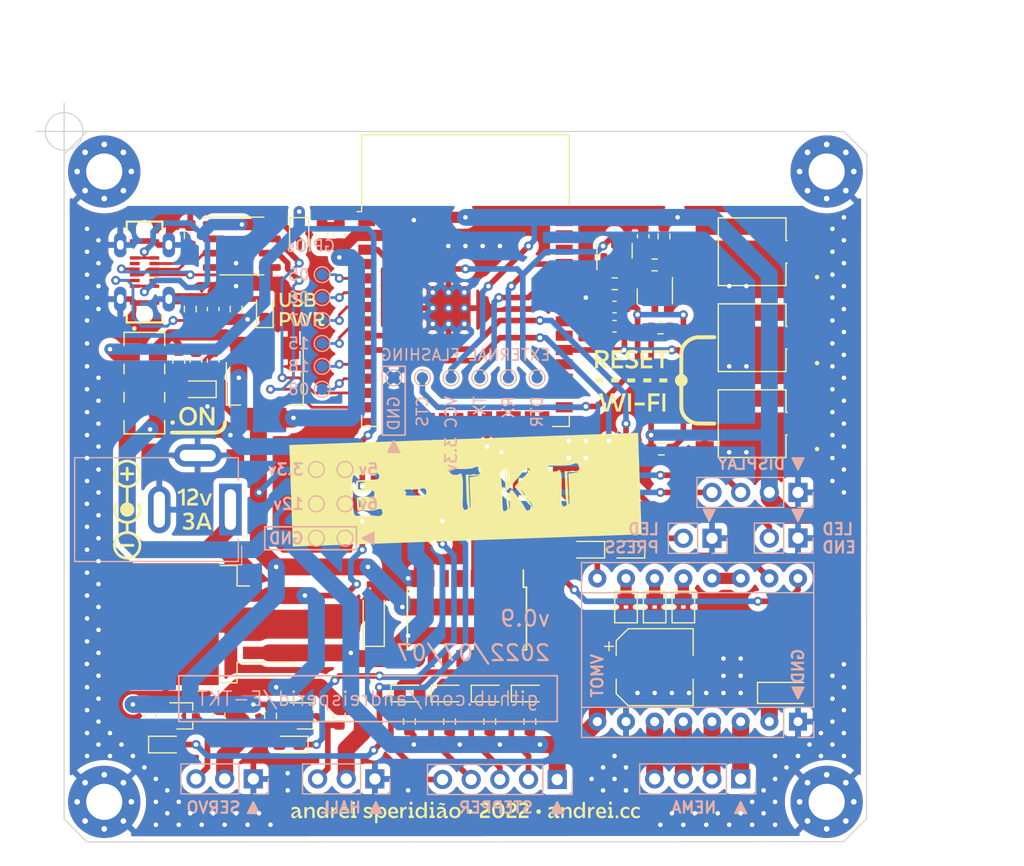
<source format=kicad_pcb>
(kicad_pcb (version 20211014) (generator pcbnew)
  (layers (0 "F.Cu" signal) (31 "B.Cu" signal) (34 "B.Paste" user) (35 "F.Paste" user) (36 "B.SilkS" user "B.Silkscreen") (37 "F.SilkS" user "F.Silkscreen") (38 "B.Mask" user) (39 "F.Mask" user) (44 "Edge.Cuts" user))
  (net 0 "")
  (net 1 "+12V")
  (net 2 "GNDREF")
  (net 3 "+3.3V")
  (net 4 "/DTR")
  (net 5 "+6V")
  (net 6 "EN")
  (net 7 "IO0")
  (net 8 "HALL")
  (net 9 "IO14")
  (net 10 "SERVO")
  (net 11 "IO13")
  (net 12 "IO21")
  (net 13 "/RTS")
  (net 14 "Net-(Q1-Pad1)")
  (net 15 "Net-(Q2-Pad1)")
  (net 16 "Net-(A_DRIVER1-Pad3)")
  (net 17 "Net-(A_DRIVER1-Pad4)")
  (net 18 "Net-(A_DRIVER1-Pad5)")
  (net 19 "Net-(A_DRIVER1-Pad6)")
  (net 26 "Net-(D5-Pad1)")
  (net 27 "Net-(D5-Pad2)")
  (net 28 "Net-(D6-Pad1)")
  (net 29 "Net-(D6-Pad2)")
  (net 30 "Net-(D7-Pad1)")
  (net 31 "Net-(D7-Pad2)")
  (net 32 "Net-(J2-PadA5)")
  (net 35 "Net-(J2-PadB5)")
  (net 36 "IO0 RESET")
  (net 37 "IO47")
  (net 38 "IO48")
  (net 39 "IO45")
  (net 43 "+5V")
  (net 44 "Net-(J_masterpower1-Pad1)")
  (net 45 "IO12")
  (net 46 "IO11")
  (net 47 "IO10")
  (net 48 "IO19 D-")
  (net 49 "IO20 D+")
  (net 50 "TXD0")
  (net 51 "RXD0")
  (net 52 "Net-(A_DRIVER1-Pad10)")
  (net 53 "IO46")
  (net 54 "IO09")
  (net 55 "IO17")
  (net 56 "IO16")
  (net 57 "IO38")
  (net 58 "Net-(A_DRIVER1-Pad15)")
  (net 59 "Net-(TP_IO5-Pad1)")
  (net 60 "Net-(A_DRIVER1-Pad11)")
  (net 61 "Net-(A_DRIVER1-Pad9)")
  (net 62 "Net-(A_DRIVER1-Pad12)")
  (net 63 "Net-(D8-Pad1)")
  (net 64 "Net-(D8-Pad2)")
  (net 65 "Net-(D9-Pad2)")
  (net 66 "Net-(D10-Pad1)")
  (net 67 "Net-(TP_IO6-Pad1)")
  (net 68 "Net-(TP_IO7-Pad1)")
  (net 69 "Net-(TP_IO8-Pad1)")
  (net 70 "Net-(TP_IO15-Pad1)")
  (net 71 "Net-(TP_IO18-Pad1)")
  (net 72 "Net-(D11-Pad2)")
  (net 73 "Net-(D_USBIN1-Pad2)")
  (net 74 "/D1+")
  (net 75 "/D1-")
  (net 76 "Net-(A_DRIVER1-Pad13)")
  (net 77 "/VBUS_A")
  (footprint "SnapEDA Library:GCT_USB4120-03-C_REVA" (layer "F.Cu") (at 135.6505 -215.118 90)
    (fp_text reference "J2" hide)
    (fp_text value "USB4120-03-C_REVA")
    (fp_line (start 3.85 0.26) (end 3.65 0.26) (layer "Edge.Cuts") (width 0.01))
    (fp_line (start 3.65 -0.26) (end 3.85 -0.26) (layer "Edge.Cuts") (width 0.01))
    (fp_arc (start 3.85 -0.26) (mid 4.033848 -0.183848) (end 4.11 0) (layer "Edge.Cuts") (width 0.01))
    (fp_arc (start 4.11 0) (mid 4.033848 0.183848) (end 3.85 0.26) (layer "Edge.Cuts") (width 0.01))
    (fp_arc (start 3.39 0) (mid 3.466152 -0.183848) (end 3.65 -0.26) (layer "Edge.Cuts") (width 0.01))
    (fp_arc (start 3.65 0.26) (mid 3.466152 0.183848) (end 3.39 0) (layer "Edge.Cuts") (width 0.01))
  )
  (footprint "Capacitor_SMD:C_0603_1608Metric_Pad1.08x0.95mm_HandSolder" (layer "F.Cu") (at 151.384 -218.44 90)
    (fp_text reference "C7" hide)
    (fp_text value "0.1uF/50v(10%)")
  )
  (footprint "Capacitor_Tantalum_SMD:CP_EIA-3216-10_Kemet-I_Pad1.58x1.35mm_HandSolder" (layer "F.Cu") (at 155.956 -184.418 90)
    (fp_text reference "C12" hide)
    (fp_text value "10uF")
  )
  (footprint "Diode_SMD:D_SOD-323" (layer "F.Cu") (at 149.352 -218.44 -90)
    (fp_text reference "D3" hide)
    (fp_text value "BAT760,115")
  )
  (footprint "LED_SMD:LED_0603_1608Metric_Pad1.05x0.95mm_HandSolder" (layer "F.Cu") (at 178.308 -190.5 180)
    (fp_text reference "D1" hide)
    (fp_text value "LED")
  )
  (footprint "Resistor_SMD:R_0603_1608Metric" (layer "F.Cu") (at 169.7905 -175.26 90)
    (fp_text reference "R15" hide)
    (fp_text value "430R")
  )
  (footprint "MountingHole:MountingHole_3.2mm_M3_Pad_Via" (layer "F.Cu") (at 132.08 -168.148)
    (fp_text reference "H4" hide)
    (fp_text value "MountingHole_Pad")
  )
  (footprint "LED_SMD:LED_0603_1608Metric_Pad1.05x0.95mm_HandSolder" (layer "F.Cu") (at 146.304 -211.8585 90)
    (fp_text reference "D_USBIN1" hide)
    (fp_text value "LED")
  )
  (footprint "Resistor_SMD:R_0603_1608Metric" (layer "F.Cu") (at 181.673 -218.2865 90)
    (fp_text reference "R1" hide)
    (fp_text value "10K(5%)")
  )
  (footprint "Package_TO_SOT_SMD:SOT-23" (layer "F.Cu") (at 177.292 -217.001 90)
    (fp_text reference "Q1" hide)
    (fp_text value "SS8050-G")
  )
  (footprint "Jumper:SolderJumper-2_P1.3mm_Bridged2Bar_Pad1.0x1.5mm" (layer "F.Cu") (at 178.308 -185.42 90)
    (fp_text reference "JP1" hide)
    (fp_text value "SolderJumper_2_Bridged")
  )
  (footprint "MountingHole:MountingHole_3.2mm_M3_Pad_Via" (layer "F.Cu") (at 196.088 -168.148)
    (fp_text reference "H3" hide)
    (fp_text value "MountingHole_Pad")
  )
  (footprint "SnapEDA Library:ESP32-S3-WROOM-1_Andrei" (layer "F.Cu") (at 164.084 -214.376)
    (fp_text reference "U3" hide)
    (fp_text value "ESP32-S3-WROOM-1-N8R2_Andrei")
  )
  (footprint "Package_TO_SOT_SMD:SOT-23" (layer "F.Cu") (at 180.864 -212.964 -90)
    (fp_text reference "Q2" hide)
    (fp_text value "SS8050-G")
  )
  (footprint "Jumper:SolderJumper-2_P1.3mm_Bridged2Bar_Pad1.0x1.5mm" (layer "F.Cu") (at 180.848 -185.42 90)
    (fp_text reference "JP2" hide)
    (fp_text value "SolderJumper_2_Bridged")
  )
  (footprint "Capacitor_SMD:C_0603_1608Metric_Pad1.08x0.95mm_HandSolder" (layer "F.Cu") (at 141.732 -207.264 90)
    (fp_text reference "C11" hide)
    (fp_text value "22uF/10V(20%)")
  )
  (footprint "Capacitor_Tantalum_SMD:CP_EIA-3216-10_Kemet-I_Pad1.58x1.35mm_HandSolder" (layer "F.Cu") (at 192.4455 -177.8)
    (fp_text reference "C9" hide)
    (fp_text value "10uF")
  )
  (footprint "Capacitor_SMD:C_0603_1608Metric_Pad1.08x0.95mm_HandSolder" (layer "F.Cu") (at 177.292 -210.312)
    (fp_text reference "C1" hide)
    (fp_text value "0.1uF/50v(10%)")
  )
  (footprint "LOGO" (layer "F.Cu") (at 164.084 -196.088)
    (fp_text reference "G***" hide)
    (fp_text value "LOGO" hide)
  )
  (footprint "SnapEDA Library:SW_JS202011JCQN" (layer "F.Cu") (at 135.636 -205.272 180)
    (fp_text reference "S_power1" hide)
    (fp_text value "JS202011JCQN")
  )
  (footprint "Resistor_SMD:R_0603_1608Metric_Pad0.98x0.95mm_HandSolder" (layer "F.Cu") (at 181.4435 -199.426 180)
    (fp_text reference "R4" hide)
    (fp_text value "10K(5%)")
  )
  (footprint "Capacitor_SMD:C_0603_1608Metric_Pad1.08x0.95mm_HandSolder" (layer "F.Cu") (at 152.908 -218.44 -90)
    (fp_text reference "C6" hide)
    (fp_text value "22uF/10V(20%)")
  )
  (footprint "LED_SMD:LED_0603_1608Metric_Pad1.05x0.95mm_HandSolder" (layer "F.Cu") (at 166.257 -177.7505)
    (fp_text reference "D6" hide)
    (fp_text value "LED")
  )
  (footprint "LOGO" (layer "F.Cu") (at 164.084 -195.834 2)
    (fp_text reference "G***" hide)
    (fp_text value "LOGO" hide)
  )
  (footprint "Resistor_SMD:R_0603_1608Metric" (layer "F.Cu") (at 166.2345 -175.26 90)
    (fp_text reference "R16" hide)
    (fp_text value "430R")
  )
  (footprint "Capacitor_SMD:C_0603_1608Metric_Pad1.08x0.95mm_HandSolder" (layer "F.Cu") (at 177.292 -212.014)
    (fp_text reference "C3" hide)
    (fp_text value "0.1uF/50v(10%)")
  )
  (footprint "LED_SMD:LED_0603_1608Metric_Pad1.05x0.95mm_HandSolder" (layer "F.Cu") (at 169.813 -177.7505)
    (fp_text reference "D5" hide)
    (fp_text value "LED")
  )
  (footprint "Resistor_SMD:R_0603_1608Metric" (layer "F.Cu") (at 159.1225 -175.26 90)
    (fp_text reference "R18" hide)
    (fp_text value "430R")
  )
  (footprint "LED_SMD:LED_0603_1608Metric_Pad1.05x0.95mm_HandSolder" (layer "F.Cu") (at 159.145 -177.7505)
    (fp_text reference "D8" hide)
    (fp_text value "LED")
  )
  (footprint "MountingHole:MountingHole_3.2mm_M3_Pad_Via" (layer "F.Cu") (at 196.088 -224.028)
    (fp_text reference "H2" hide)
    (fp_text value "MountingHole_Pad")
  )
  (footprint "Resistor_SMD:R_0603_1608Metric" (layer "F.Cu") (at 138.684 -207.264 -90)
    (fp_text reference "R2" hide)
    (fp_text value "430R")
  )
  (footprint "Resistor_SMD:R_0603_1608Metric_Pad0.98x0.95mm_HandSolder" (layer "F.Cu") (at 143.764 -211.836 -90)
    (fp_text reference "R6" hide)
    (fp_text value "100R")
  )
  (footprint "Resistor_SMD:R_0603_1608Metric" (layer "F.Cu") (at 146.812 -175.768 90)
    (fp_text reference "R11" hide)
    (fp_text value "10K")
  )
  (footprint "Resistor_SMD:R_0603_1608Metric_Pad0.98x0.95mm_HandSolder" (layer "F.Cu") (at 139.7 -218.3365 -90)
    (fp_text reference "R21" hide)
    (fp_text value "5.1K(10%)")
  )
  (footprint "Package_SO:SOIC-16W_5.3x10.2mm_P1.27mm" (layer "F.Cu") (at 164.211 -184.398 -90)
    (fp_text reference "U_DRIVER1" hide)
    (fp_text value "ULN2003")
  )
  (footprint "Resistor_SMD:R_0603_1608Metric" (layer "F.Cu") (at 180.848 -215.7465)
    (fp_text reference "R8" hide)
    (fp_text value "10K(5%)")
  )
  (footprint "Package_TO_SOT_SMD:SOT-323_SC-70" (layer "F.Cu") (at 139.192 -175.768)
    (fp_text reference "Q_SERVO1" hide)
    (fp_text value "BSS138")
  )
  (footprint "Resistor_SMD:R_0603_1608Metric" (layer "F.Cu") (at 177.308 -214.078 180)
    (fp_text reference "R7" hide)
    (fp_text value "10K(5%)")
  )
  (footprint "Resistor_SMD:R_0603_1608Metric" (layer "F.Cu") (at 142.24 -175.768 90)
    (fp_text reference "R12" hide)
    (fp_text value "10K")
  )
  (footprint "Resistor_SMD:R_0603_1608Metric_Pad0.98x0.95mm_HandSolder" (layer "F.Cu") (at 139.7 -211.836 -90)
    (fp_text reference "R22" hide)
    (fp_text value "5.1K(10%)")
  )
  (footprint "Resistor_SMD:R_0603_1608Metric" (layer "F.Cu") (at 152.908 -175.768 90)
    (fp_text reference "R10" hide)
    (fp_text value "10K")
  )
  (footprint "SnapEDA Library:SW_TS06-667-25-BK-100-G-SMT-TR" (layer "F.Cu") (at 189.484 -201.676 180)
    (fp_text reference "S_WIFIRESET1" hide)
    (fp_text value "TS06-667-25-BK-100-G-SMT-TR")
  )
  (footprint "Capacitor_SMD:CP_Elec_6.3x5.9" (layer "F.Cu") (at 180.848 -180.086)
    (fp_text reference "C8" hide)
    (fp_text value "100uF")
  )
  (footprint "MountingHole:MountingHole_3.2mm_M3_Pad_Via" (layer "F.Cu") (at 132.08 -224.028)
    (fp_text reference "H1" hide)
    (fp_text value "MountingHole_Pad")
  )
  (footprint "LED_SMD:LED_0603_1608Metric_Pad1.05x0.95mm_HandSolder" (layer "F.Cu") (at 137.668 -173.228)
    (fp_text reference "D10" hide)
    (fp_text value "LED")
  )
  (footprint "LED_SMD:LED_0603_1608Metric_Pad1.05x0.95mm_HandSolder" (layer "F.Cu") (at 148.477 -173.228 180)
    (fp_text reference "D9" hide)
    (fp_text value "LED")
  )
  (footprint "Resistor_SMD:R_0603_1608Metric" (layer "F.Cu") (at 181.3685 -210.1585)
    (fp_text reference "R5" hide)
    (fp_text value "10K(5%)")
  )
  (footprint "Capacitor_SMD:C_0603_1608Metric_Pad1.08x0.95mm_HandSolder" (layer "F.Cu") (at 141.732 -211.836 -90)
    (fp_text reference "C2" hide)
    (fp_text value "10uF/25v")
  )
  (footprint "Package_SO:SOIC-8_3.9x4.9mm_P1.27mm" (layer "F.Cu") (at 144.272 -217.424)
    (fp_text reference "U1" hide)
    (fp_text value "USB6B1")
  )
  (footprint "Package_TO_SOT_SMD:SOT-323_SC-70" (layer "F.Cu") (at 149.86 -175.768)
    (fp_text reference "Q_HALL1" hide)
    (fp_text value "BSS138")
  )
  (footprint "Package_TO_SOT_SMD:TO-263-2" (layer "F.Cu") (at 140.897 -183.896 180)
    (fp_text reference "U_6v2" hide)
    (fp_text value "L7806")
  )
  (footprint "LED_SMD:LED_0603_1608Metric_Pad1.05x0.95mm_HandSolder" (layer "F.Cu") (at 140.3335 -204.724 180)
    (fp_text reference "D11" hide)
    (fp_text value "LED")
  )
  (footprint "Resistor_SMD:R_0603_1608Metric" (layer "F.Cu") (at 136.144 -175.768 90)
    (fp_text reference "R13" hide)
    (fp_text value "10K")
  )
  (footprint "SnapEDA Library:SW_TS06-667-25-BK-100-G-SMT-TR" (layer "F.Cu") (at 189.484 -209.296 180)
    (fp_text reference "S_RESET1" hide)
    (fp_text value "TS06-667-25-BK-100-G-SMT-TR")
  )
  (footprint "Capacitor_SMD:C_0603_1608Metric_Pad1.08x0.95mm_HandSolder" (layer "F.Cu") (at 140.208 -207.264 -90)
    (fp_text reference "C10" hide)
    (fp_text value "10uF/10V(20%)")
  )
  (footprint "LED_SMD:LED_0603_1608Metric_Pad1.05x0.95mm_HandSolder" (layer "F.Cu") (at 162.701 -177.7505)
    (fp_text reference "D7" hide)
    (fp_text value "LED")
  )
  (footprint "Resistor_SMD:R_0603_1608Metric" (layer "F.Cu") (at 162.6785 -175.26 90)
    (fp_text reference "R17" hide)
    (fp_text value "430R")
  )
  (footprint "LED_SMD:LED_0603_1608Metric_Pad1.05x0.95mm_HandSolder" (layer "F.Cu") (at 174.752 -190.5 180)
    (fp_text reference "D4" hide)
    (fp_text value "LED")
  )
  (footprint "Jumper:SolderJumper-2_P1.3mm_Bridged2Bar_Pad1.0x1.5mm" (layer "F.Cu") (at 183.388 -185.42 90)
    (fp_text reference "JP3" hide)
    (fp_text value "SolderJumper_2_Bridged")
  )
  (footprint "Package_TO_SOT_SMD:SOT-223" (layer "F.Cu") (at 146.304 -205.232 -90)
    (fp_text reference "U2" hide)
    (fp_text value "AZ1117I-3.3")
  )
  (footprint "Capacitor_SMD:C_0603_1608Metric_Pad1.08x0.95mm_HandSolder" (layer "F.Cu") (at 179.832 -218.2865 -90)
    (fp_text reference "C4" hide)
    (fp_text value "0.1uF/50v(10%)")
  )
  (footprint "SnapEDA Library:SW_TS06-667-25-BK-100-G-SMT-TR" (layer "F.Cu") (at 189.484 -216.916 180)
    (fp_text reference "S_BOOT1" hide)
    (fp_text value "TS06-667-25-BK-100-G-SMT-TR")
  )
  (footprint "TestPoint:TestPoint_Pad_D1.0mm" (layer "B.Cu") (at 151.384 -206.756 180)
    (fp_text reference "TP_IO18" hide)
    (fp_text value "TestPoint")
  )
  (footprint "TestPoint:TestPoint_Pad_D1.0mm" (layer "B.Cu") (at 165.35 -205.74 180)
    (fp_text reference "TP_TX1" hide)
    (fp_text value "TestPoint")
  )
  (footprint "TestPoint:TestPoint_Pad_D1.0mm" (layer "B.Cu") (at 151.384 -204.724 180)
    (fp_text reference "TP_IO8" hide)
    (fp_text value "TestPoint")
  )
  (footprint "TestPoint:TestPoint_Pad_D1.0mm" (layer "B.Cu") (at 153.416 -191.516 180)
    (fp_text reference "TP_GND3" hide)
    (fp_text value "TestPoint")
  )
  (footprint "TestPoint:TestPoint_Pad_D1.0mm" (layer "B.Cu") (at 151.384 -208.788 180)
    (fp_text reference "TP_IO15" hide)
    (fp_text value "TestPoint")
  )
  (footprint "TestPoint:TestPoint_Pad_D1.0mm" (layer "B.Cu") (at 150.876 -194.564 180)
    (fp_text reference "TP_12v1" hide)
    (fp_text value "TestPoint")
  )
  (footprint "Connector_PinHeader_2.54mm:PinHeader_1x03_P2.54mm_Vertical" (layer "B.Cu") (at 145.288 -170.18 90)
    (fp_text reference "J_SERVO1" hide)
    (fp_text value "Conn_01x03_Male")
  )
  (footprint "TestPoint:TestPoint_Pad_D1.0mm" (layer "B.Cu") (at 151.384 -210.82 180)
    (fp_text reference "TP_IO7" hide)
    (fp_text value "TestPoint")
  )
  (footprint "SnapEDA Library:Pololu_Breakout-16_15.2x20.3mm" (layer "B.Cu") (at 193.548 -175.26 90)
    (fp_text reference "A_DRIVER1" hide)
    (fp_text value "Pololu_Breakout_A4988")
  )
  (footprint "TestPoint:TestPoint_Pad_D1.0mm" (layer "B.Cu") (at 170.43 -205.74 180)
    (fp_text reference "TP_DTR1" hide)
    (fp_text value "TestPoint")
  )
  (footprint "TestPoint:TestPoint_Pad_D1.0mm" (layer "B.Cu") (at 151.384 -214.884 180)
    (fp_text reference "TP_IO5" hide)
    (fp_text value "TestPoint")
  )
  (footprint "Connector_PinHeader_2.54mm:PinHeader_1x04_P2.54mm_Vertical" (layer "B.Cu") (at 193.548 -195.58 90)
    (fp_text reference "J_OLED1" hide)
    (fp_text value "Conn_01x04_Male")
  )
  (footprint "Connector_PinHeader_2.54mm:PinHeader_1x04_P2.54mm_Vertical" (layer "B.Cu") (at 188.468 -170.18 90)
    (fp_text reference "J_17HS4023_1" hide)
    (fp_text value "Conn_01x04_Male")
  )
  (footprint "TestPoint:TestPoint_Pad_D1.0mm" (layer "B.Cu") (at 150.876 -197.612 180)
    (fp_text reference "TP_3.3v1" hide)
    (fp_text value "TestPoint")
  )
  (footprint "TestPoint:TestPoint_Pad_D1.0mm" (layer "B.Cu") (at 153.416 -194.564 180)
    (fp_text reference "TP_6v1" hide)
    (fp_text value "TestPoint")
  )
  (footprint "Connector_PinHeader_2.54mm:PinHeader_1x03_P2.54mm_Vertical" (layer "B.Cu") (at 156.0595 -170.18 90)
    (fp_text reference "J_HALL1" hide)
    (fp_text value "Conn_01x03_Male")
  )
  (footprint "Connector_PinHeader_2.54mm:PinHeader_1x02_P2.54mm_Vertical" (layer "B.Cu") (at 185.928 -191.516 90)
    (fp_text reference "J_LED_PRESS1" hide)
    (fp_text value "Conn_01x02_Male")
  )
  (footprint "TestPoint:TestPoint_Pad_D1.0mm" (layer "B.Cu") (at 157.73 -205.74 180)
    (fp_text reference "TP_GND1" hide)
    (fp_text value "TestPoint")
  )
  (footprint "SnapEDA Library:BarrelJack_GCT_DCJ200-10-A_Horizontal" (layer "B.Cu") (at 143.256 -194.056 90)
    (fp_text reference "J_masterpower1" hide)
    (fp_text value "Barrel_Jack_Switch")
  )
  (footprint "TestPoint:TestPoint_Pad_D1.0mm" (layer "B.Cu") (at 151.384 -212.852 180)
    (fp_text reference "TP_IO6" hide)
    (fp_text value "TestPoint")
  )
  (footprint "TestPoint:TestPoint_Pad_D1.0mm" (layer "B.Cu") (at 160.27 -205.74 180)
    (fp_text reference "TP_CTS1" hide)
    (fp_text value "TestPoint")
  )
  (footprint "TestPoint:TestPoint_Pad_D1.0mm" (layer "B.Cu") (at 162.81 -205.74 180)
    (fp_text reference "TP_VCC_3.3V1" hide)
    (fp_text value "TestPoint")
  )
  (footprint "TestPoint:TestPoint_Pad_D1.0mm" (layer "B.Cu") (at 153.416 -197.612 180)
    (fp_text reference "TP_5v1" hide)
    (fp_text value "TestPoint")
  )
  (footprint "TestPoint:TestPoint_Pad_D1.0mm" (layer "B.Cu") (at 150.876 -191.516 180)
    (fp_text reference "TP_GND2" hide)
    (fp_text value "TestPoint")
  )
  (footprint "Connector_PinHeader_2.54mm:PinHeader_1x02_P2.54mm_Vertical" (layer "B.Cu") (at 193.548 -191.533 90)
    (fp_text reference "J_LED_END1" hide)
    (fp_text value "Conn_01x02_Male")
  )
  (footprint "TestPoint:TestPoint_Pad_D1.0mm" (layer "B.Cu") (at 167.89 -205.74 180)
    (fp_text reference "TP_RX1" hide)
    (fp_text value "TestPoint")
  )
  (footprint "Connector_PinHeader_2.54mm:PinHeader_1x05_P2.54mm_Vertical" (layer "B.Cu") (at 172.212 -170.1305 90)
    (fp_text reference "J_28byj-48-12v_1" hide)
    (fp_text value "Conn_01x05_Male")
  )
  (gr_poly (pts (xy 145.288 -168.148) (xy 145.796 -167.132) (xy 144.78 -167.132)) (layer "B.SilkS") (width 0.15) (fill solid))
  (gr_poly (pts (xy 157.73 -200.152) (xy 158.238 -199.136) (xy 157.222 -199.136)) (layer "B.SilkS") (width 0.15) (fill solid))
  (gr_poly (pts (xy 154.94 -191.516) (xy 155.956 -192.024) (xy 155.956 -191.008)) (layer "B.SilkS") (width 0.15) (fill solid))
  (gr_poly (pts (xy 156.144468 -168.148) (xy 156.652468 -167.132) (xy 155.636468 -167.132)) (layer "B.SilkS") (width 0.15) (fill solid))
  (gr_poly (pts (xy 193.548 -177.292) (xy 193.04 -178.308) (xy 194.056 -178.308)) (layer "B.SilkS") (width 0.15) (fill solid))
  (gr_poly (pts (xy 188.468 -168.148) (xy 188.976 -167.132) (xy 187.96 -167.132)) (layer "B.SilkS") (width 0.15) (fill solid))
  (gr_poly (pts (xy 172.212 -168.148) (xy 172.72 -167.132) (xy 171.704 -167.132)) (layer "B.SilkS") (width 0.15) (fill solid))
  (gr_poly (pts (xy 193.548 -197.612) (xy 193.04 -198.628) (xy 194.056 -198.628)) (layer "B.SilkS") (width 0.15) (fill solid))
  (gr_rect (start 138.684 -179.324) (end 172.212 -175.26) (layer "B.SilkS") (width 0.15) (fill none))
  (gr_poly (pts (xy 193.548 -193.04) (xy 193.04 -194.056) (xy 194.056 -194.056)) (layer "B.SilkS") (width 0.15) (fill solid))
  (gr_rect (start 146.304 -192.532) (end 154.432 -190.5) (layer "B.SilkS") (width 0.15) (fill none))
  (gr_rect (start 156.714 -206.756) (end 158.746 -200.66) (layer "B.SilkS") (width 0.15) (fill none))
  (gr_poly (pts (xy 185.679 -193.04) (xy 185.171 -194.056) (xy 186.187 -194.056)) (layer "B.SilkS") (width 0.15) (fill solid))
  (gr_line (start 134.112 -192.920561) (end 134.112 -192.024) (layer "F.SilkS") (width 0.25))
  (gr_circle (center 134.112 -194.056) (end 134.62 -194.056) (layer "F.SilkS") (width 0.25) (fill solid))
  (gr_line (start 133.604 -190.888078) (end 134.62 -190.888078) (layer "F.SilkS") (width 0.25))
  (gr_line (start 134.112 -196.088483) (end 134.112 -194.056334) (layer "F.SilkS") (width 0.25))
  (gr_arc (start 135.128 -194.564) (mid 134.112 -192.920561) (end 133.096 -194.564) (layer "F.SilkS") (width 0.25))
  (gr_line (start 134.112 -197.732405) (end 134.112 -196.716405) (layer "F.SilkS") (width 0.25))
  (gr_circle (center 134.112 -190.888078) (end 135.247923 -190.888078) (layer "F.SilkS") (width 0.25) (fill none))
  (gr_line (start 133.604 -197.224405) (end 134.62 -197.224405) (layer "F.SilkS") (width 0.25))
  (gr_circle (center 134.112 -197.224405) (end 135.247923 -197.224405) (layer "F.SilkS") (width 0.25) (fill none))
  (gr_line (start 197.586472 -164.617528) (end 130.556 -164.592) (layer "Edge.Cuts") (width 0.1))
  (gr_line (start 197.612 -227.584) (end 199.644 -225.552) (layer "Edge.Cuts") (width 0.1))
  (gr_line (start 128.524 -166.624) (end 128.524 -225.552) (layer "Edge.Cuts") (width 0.1))
  (gr_line (start 199.644 -225.552) (end 199.618472 -166.649528) (layer "Edge.Cuts") (width 0.1))
  (gr_line (start 197.586472 -164.617528) (end 199.618472 -166.649528) (layer "Edge.Cuts") (width 0.1))
  (gr_line (start 128.524 -225.552) (end 130.556 -227.584) (layer "Edge.Cuts") (width 0.1))
  (gr_line (start 128.524 -166.624) (end 130.556 -164.592) (layer "Edge.Cuts") (width 0.1))
  (gr_line (start 130.556 -227.584) (end 197.612 -227.584) (layer "Edge.Cuts") (width 0.1))
  (gr_text "15" (at 150.368 -208.788) (layer "B.SilkS") (effects (font (size 1 1)) (justify left mirror)))
  (gr_text "18" (at 150.368 -206.756) (layer "B.SilkS") (effects (font (size 1 1)) (justify left mirror)))
  (gr_text "EXTERNAL FLASHING" (at 164.084 -207.772) (layer "B.SilkS") (effects (font (size 1 1)) (justify mirror)))
  (gr_text "08" (at 150.368 -204.724) (layer "B.SilkS") (effects (font (size 1 1)) (justify left mirror)))
  (gr_text "RX" (at 167.89 -204.216 90) (layer "B.SilkS") (effects (font (size 1 1)) (justify left mirror)))
  (gr_text "6v" (at 156.464 -194.564) (layer "B.SilkS") (effects (font (size 1 1) (thickness 0.2)) (justify left mirror)))
  (gr_text "GND" (at 193.548 -181.838 90) (layer "B.SilkS") (effects (font (size 1 1) (thickness 0.2)) (justify left mirror)))
  (gr_text "GPIOs" (at 150.368 -217.424) (layer "B.SilkS") (effects (font (size 1 1)) (justify mirror)))
  (gr_text "06" (at 150.368 -212.852) (layer "B.SilkS") (effects (font (size 1 1)) (justify left mirror)))
  (gr_text "LED\nEND" (at 195.58 -191.516) (layer "B.SilkS") (effects (font (size 1 1) (thickness 0.2)) (justify right mirror)))
  (gr_text "HALL" (at 154.94 -167.64) (layer "B.SilkS") (effects (font (size 1 1) (thickness 0.2)) (justify left mirror)))
  (gr_text "DISPLAY" (at 192.532 -198.12) (layer "B.SilkS") (effects (font (size 1 1) (thickness 0.2)) (justify left mirror)))
  (gr_text "3.3v" (at 149.86 -197.612) (layer "B.SilkS") (effects (font (size 1 1) (thickness 0.2)) (justify left mirror)))
  (gr_text "07" (at 150.368 -210.82) (layer "B.SilkS") (effects (font (size 1 1)) (justify left mirror)))
  (gr_text "12v" (at 149.86 -194.564) (layer "B.SilkS") (effects (font (size 1 1) (thickness 0.2)) (justify left mirror)))
  (gr_text "GND" (at 157.73 -204.216 90) (layer "B.SilkS") (effects (font (size 1 1)) (justify left mirror)))
  (gr_text "STEPPER" (at 170.18 -167.64) (layer "B.SilkS") (effects (font (size 1 1) (thickness 0.2)) (justify left mirror)))
  (gr_text "2022/07/07" (at 171.704 -181.356) (layer "B.SilkS") (effects (font (size 1.4 1.4) (thickness 0.2)) (justify left mirror)))
  (gr_text "05" (at 150.368 -214.884) (layer "B.SilkS") (effects (font (size 1 1)) (justify left mirror)))
  (gr_text "CTS" (at 160.27 -204.216 90) (layer "B.SilkS") (effects (font (size 1 1)) (justify left mirror)))
  (gr_text "DTR" (at 170.43 -204.216 90) (layer "B.SilkS") (effects (font (size 1 1)) (justify left mirror)))
  (gr_text "NEMA" (at 186.436 -167.64) (layer "B.SilkS") (effects (font (size 1 1) (thickness 0.2)) (justify left mirror)))
  (gr_text "SERVO" (at 144.272 -167.64) (layer "B.SilkS") (effects (font (size 1 1) (thickness 0.2)) (justify left mirror)))
  (gr_text "5v" (at 156.464 -197.612) (layer "B.SilkS") (effects (font (size 1 1) (thickness 0.2)) (justify left mirror)))
  (gr_text "GND" (at 149.86 -191.516) (layer "B.SilkS") (effects (font (size 1 1) (thickness 0.2)) (justify left mirror)))
  (gr_text "VCC 3.3v" (at 162.81 -204.216 90) (layer "B.SilkS") (effects (font (size 1 1)) (justify left mirror)))
  (gr_text "LED\nPRESS" (at 181.356 -191.516) (layer "B.SilkS") (effects (font (size 1 1) (thickness 0.2)) (justify left mirror)))
  (gr_text "VMOT" (at 175.768 -181.356 90) (layer "B.SilkS") (effects (font (size 1 1) (thickness 0.2)) (justify left mirror)))
  (gr_text "TX" (at 165.35 -204.216 90) (layer "B.SilkS") (effects (font (size 1 1)) (justify left mirror)))
  (gr_text "v0.9" (at 171.704 -184.404) (layer "B.SilkS") (effects (font (size 1.4 1.4) (thickness 0.2)) (justify left mirror)))
  (gr_text "github.com/andreisperid/E-TKT" (at 170.688 -177.292) (layer "B.SilkS") (effects (font (size 1.25 1.25)) (justify left mirror)))
  (target plus (at 128.524 -227.584) (size 5) (width 0.1) (layer "Edge.Cuts"))
  (segment (start 162.6785 -174.435) (end 162.6785 -174.1255) (width 0.5) (layer "F.Cu") (net 1))
  (segment (start 173.228 -180.34) (end 175.768 -177.8) (width 1.5) (layer "F.Cu") (net 1))
  (segment (start 144.004 -208.382) (end 144.004 -205.74) (width 1.5) (layer "F.Cu") (net 1))
  (segment (start 172.212 -173.228) (end 173.736 -173.228) (width 1.5) (layer "F.Cu") (net 1))
  (segment (start 138.684 -208.78) (end 137.918 -209.546) (width 0.5) (layer "F.Cu") (net 1))
  (segment (start 154.432 -180.848) (end 153.924 -181.356) (width 1.5) (layer "F.Cu") (net 1))
  (segment (start 178.048 -179.572) (end 176.276 -177.8) (width 1.5) (layer "F.Cu") (net 1))
  (segment (start 136.836 -201.86) (end 136.836 -202.772) (width 1.5) (layer "F.Cu") (net 1))
  (segment (start 170.688 -173.228) (end 172.212 -173.228) (width 1.5) (layer "F.Cu") (net 1))
  (segment (start 175.768 -177.8) (end 175.768 -175.26) (width 1.5) (layer "F.Cu") (net 1))
  (segment (start 176.276 -177.8) (end 175.768 -177.8) (width 1.5) (layer "F.Cu") (net 1))
  (segment (start 136.836 -208.464) (end 137.918 -209.546) (width 1) (layer "F.Cu") (net 1))
  (segment (start 142.84 -209.546) (end 144.004 -208.382) (width 1) (layer "F.Cu") (net 1))
  (segment (start 156.972 -180.848) (end 155.956 -180.848) (width 1.5) (layer "F.Cu") (net 1))
  (segment (start 162.6785 -174.1255) (end 163.576 -173.228) (width 0.5) (layer "F.Cu") (net 1))
  (segment (start 143.256 -200.66) (end 142.748 -201.168) (width 1.5) (layer "F.Cu") (net 1))
  (segment (start 166.2345 -174.1255) (end 166.2345 -174.435) (width 0.5) (layer "F.Cu") (net 1))
  (segment (start 138.7215 -208.1265) (end 138.684 -208.089) (width 0.5) (layer "F.Cu") (net 1))
  (segment (start 173.736 -173.228) (end 175.768 -175.26) (width 1.5) (layer "F.Cu") (net 1))
  (segment (start 172.212 -173.228) (end 172.212 -170.1305) (width 1.5) (layer "F.Cu") (net 1))
  (segment (start 170.688 -182.88) (end 173.228 -180.34) (width 1.5) (layer "F.Cu") (net 1))
  (segment (start 153.924 -181.356) (end 146.672 -181.356) (width 1.5) (layer "F.Cu") (net 1))
  (segment (start 159.512 -173.228) (end 159.512 -174.0455) (width 0.5) (layer "F.Cu") (net 1))
  (segment (start 178.048 -180.086) (end 178.048 -179.572) (width 1.5) (layer "F.Cu") (net 1))
  (segment (start 137.918 -209.546) (end 142.84 -209.546) (width 1) (layer "F.Cu") (net 1))
  (segment (start 142.748 -201.168) (end 136.144 -201.168) (width 1.5) (layer "F.Cu") (net 1))
  (segment (start 138.684 -208.089) (end 138.684 -208.78) (width 0.5) (layer "F.Cu") (net 1))
  (segment (start 155.956 -180.848) (end 154.432 -180.848) (width 1.5) (layer "F.Cu") (net 1))
  (segment (start 143.09 -209.296) (end 144.004 -208.382) (width 1) (layer "F.Cu") (net 1))
  (segment (start 159.004 -182.88) (end 170.688 -182.88) (width 1.5) (layer "F.Cu") (net 1))
  (segment (start 140.208 -208.1265) (end 138.7215 -208.1265) (width 0.5) (layer "F.Cu") (net 1))
  (segment (start 155.956 -180.848) (end 159.766 -180.848) (width 1.5) (layer "F.Cu") (net 1))
  (segment (start 136.144 -201.168) (end 136.836 -201.86) (width 1.5) (layer "F.Cu") (net 1))
  (segment (start 136.836 -207.956) (end 136.836 -208.464) (width 1) (layer "F.Cu") (net 1))
  (segment (start 169.7905 -174.1255) (end 169.7905 -174.435) (width 0.5) (layer "F.Cu") (net 1))
  (segment (start 159.512 -174.0455) (end 159.1225 -174.435) (width 0.5) (layer "F.Cu") (net 1))
  (segment (start 155.956 -182.9805) (end 155.956 -180.848) (width 1.5) (layer "F.Cu") (net 1))
  (segment (start 170.688 -173.228) (end 169.7905 -174.1255) (width 0.5) (layer "F.Cu") (net 1))
  (segment (start 167.132 -173.228) (end 166.2345 -174.1255) (width 0.5) (layer "F.Cu") (net 1))
  (segment (start 159.004 -182.88) (end 156.972 -180.848) (width 1.5) (layer "F.Cu") (net 1))
  (segment (start 136.836 -207.772) (end 136.836 -207.956) (width 0.25) (layer "F.Cu") (net 1))
  (via (at 136.144 -201.168) (size 0.8) (drill 0.4) (layers "F.Cu" "B.Cu") (net 1))
  (via (at 163.576 -173.228) (size 0.8) (drill 0.4) (layers "F.Cu" "B.Cu") (net 1))
  (via (at 143.256 -200.66) (size 0.8) (drill 0.4) (layers "F.Cu" "B.Cu") (net 1))
  (via (at 144.004 -205.74) (size 0.8) (drill 0.4) (layers "F.Cu" "B.Cu") (net 1))
  (via (at 153.924 -181.356) (size 0.8) (drill 0.4) (layers "F.Cu" "B.Cu") (net 1))
  (via (at 159.512 -173.228) (size 0.8) (drill 0.4) (layers "F.Cu" "B.Cu") (net 1))
  (via (at 167.132 -173.228) (size 0.8) (drill 0.4) (layers "F.Cu" "B.Cu") (net 1))
  (via (at 170.688 -173.228) (size 0.8) (drill 0.4) (layers "F.Cu" "B.Cu") (net 1))
  (via (at 159.004 -182.88) (size 0.8) (drill 0.4) (layers "F.Cu" "B.Cu") (net 1))
  (segment (start 160.528 -189.098811) (end 159.686 -189.940811) (width 1.5) (layer "B.Cu") (net 1))
  (segment (start 146.364 -191.516) (end 147.32 -191.516) (width 1.5) (layer "B.Cu") (net 1))
  (segment (start 147.32 -193.548) (end 147.32 -191.516) (width 0.5) (layer "B.Cu") (net 1))
  (segment (start 136.144 -201.168) (end 134.112 -199.136) (width 1.5) (layer "B.Cu") (net 1))
  (segment (start 153.924 -181.356) (end 153.924 -176.784) (width 1.5) (layer "B.Cu") (net 1))
  (segment (start 153.924 -185.792163) (end 148.200163 -191.516) (width 1.5) (layer "B.Cu") (net 1))
  (segment (start 159.004 -182.88) (end 160.528 -184.404) (width 1.5) (layer "B.Cu") (net 1))
  (segment (start 160.528 -184.404) (end 160.528 -189.098811) (width 1.5) (layer "B.Cu") (net 1))
  (segment (start 148.336 -194.564) (end 147.32 -193.548) (width 0.5) (layer "B.Cu") (net 1))
  (segment (start 150.876 -194.564) (end 148.336 -194.564) (width 0.5) (layer "B.Cu") (net 1))
  (segment (start 153.924 -181.356) (end 153.924 -185.792163) (width 1.5) (layer "B.Cu") (net 1))
  (segment (start 134.112 -199.136) (end 134.112 -191.516) (width 1.5) (layer "B.Cu") (net 1))
  (segment (start 135.128 -190.5) (end 145.348 -190.5) (width 1.5) (layer "B.Cu") (net 1))
  (segment (start 134.112 -191.516) (end 135.128 -190.5) (width 1.5) (layer "B.Cu") (net 1))
  (segment (start 144.272 -199.644) (end 143.256 -200.66) (width 1.5) (layer "B.Cu") (net 1))
  (segment (start 159.686 -194.39) (end 154.432 -199.644) (width 1.5) (layer "B.Cu") (net 1))
  (segment (start 153.924 -176.784) (end 157.48 -173.228) (width 1.5) (layer "B.Cu") (net 1))
  (segment (start 163.576 -173.228) (end 170.688 -173.228) (width 1.5) (layer "B.Cu") (net 1))
  (segment (start 159.686 -189.940811) (end 159.686 -194.39) (width 1.5) (layer "B.Cu") (net 1))
  (segment (start 144.004 -201.408) (end 143.256 -200.66) (width 1.5) (layer "B.Cu") (net 1))
  (segment (start 154.432 -199.644) (end 144.272 -199.644) (width 1.5) (layer "B.Cu") (net 1))
  (segment (start 163.576 -173.228) (end 159.512 -173.228) (width 1.5) (layer "B.Cu") (net 1))
  (segment (start 157.48 -173.228) (end 159.512 -173.228) (width 1.5) (layer "B.Cu") (net 1))
  (segment (start 148.200163 -191.516) (end 147.32 -191.516) (width 1.5) (layer "B.Cu") (net 1))
  (segment (start 145.348 -190.5) (end 146.364 -191.516) (width 1.5) (layer "B.Cu") (net 1))
  (segment (start 144.004 -205.74) (end 144.004 -201.408) (width 1.5) (layer "B.Cu") (net 1))
  (segment (start 134.4355 -217.518) (end 134.7855 -217.868) (width 0.5) (layer "F.Cu") (net 2))
  (segment (start 141.732 -208.1265) (end 141.732 -207.9255) (width 0.5) (layer "F.Cu") (net 2))
  (segment (start 146.672 -183.896) (end 137.522 -183.896) (width 1.5) (layer "F.Cu") (net 2))
  (segment (start 136.5155 -212.368) (end 134.7855 -212.368) (width 0.5) (layer "F.Cu") (net 2))
  (segment (start 140.208 -206.4015) (end 140.208 -205.7245) (width 0.5) (layer "F.Cu") (net 2))
  (segment (start 137.831 -212.7485) (end 137.8005 -212.718) (width 1) (layer "F.Cu") (net 2))
  (segment (start 137.8005 -217.518) (end 137.8005 -218.5725) (width 0.5) (layer "F.Cu") (net 2))
  (segment (start 137.8005 -212.718) (end 136.8655 -212.718) (width 0.5) (layer "F.Cu") (net 2))
  (segment (start 139.7 -212.7485) (end 141.682 -212.7485) (width 1) (layer "F.Cu") (net 2))
  (segment (start 146.672 -183.896) (end 153.70625 -183.896) (width 1.5) (layer "F.Cu") (net 2))
  (segment (start 133.5005 -212.718) (end 134.4355 -212.718) (width 0.5) (layer "F.Cu") (net 2))
  (segment (start 142.3305 -213.9585) (end 141.732 -213.36) (width 1) (layer "F.Cu") (net 2))
  (segment (start 157.988 -187.96) (end 159.004 -187.96) (width 1.5) (layer "F.Cu") (net 2))
  (segment (start 153.70625 -183.896) (end 155.66575 -185.8555) (width 1.5) (layer "F.Cu") (net 2))
  (segment (start 158.484 -187.948) (end 159.766 -187.948) (width 1.5) (layer "F.Cu") (net 2))
  (segment (start 148.844 -208.622) (end 148.604 -208.382) (width 1) (layer "F.Cu") (net 2))
  (segment (start 147.669 -211.169) (end 147.669 -213.519) (width 1) (layer "F.Cu") (net 2))
  (segment (start 141.732 -213.36) (end 141.732 -212.6985) (width 1) (layer "F.Cu") (net 2))
  (segment (start 139.7 -212.7485) (end 137.831 -212.7485) (width 1) (layer "F.Cu") (net 2))
  (segment (start 141.732 -207.9255) (end 140.208 -206.4015) (width 0.5) (layer "F.Cu") (net 2))
  (segment (start 141.682 -212.7485) (end 141.732 -212.6985) (width 1) (layer "F.Cu") (net 2))
  (segment (start 148.844 -210.9235) (end 147.4235 -210.9235) (width 1) (layer "F.Cu") (net 2))
  (segment (start 147.4235 -210.9235) (end 147.669 -211.169) (width 1) (layer "F.Cu") (net 2))
  (segment (start 155.66575 -185.8555) (end 155.956 -185.8555) (width 1.5) (layer "F.Cu") (net 2))
  (segment (start 137.8005 -217.518) (end 136.8655 -217.518) (width 0.5) (layer "F.Cu") (net 2))
  (segment (start 146.364 -210.9235) (end 146.304 -210.9835) (width 1) (layer "F.Cu") (net 2))
  (segment (start 136.8655 -217.518) (end 136.5155 -217.868) (width 0.5) (layer "F.Cu") (net 2))
  (segment (start 138.477 -219.249) (end 139.7 -219.249) (width 0.5) (layer "F.Cu") (net 2))
  (segment (start 134.4355 -212.718) (end 134.7855 -212.368) (width 0.5) (layer "F.Cu") (net 2))
  (segment (start 143.383 -215.519) (end 141.797 -215.519) (width 0.5) (layer "F.Cu") (net 2))
  (segment (start 133.5005 -217.518) (end 134.4355 -217.518) (width 0.5) (layer "F.Cu") (net 2))
  (segment (start 147.2295 -213.9585) (end 142.3305 -213.9585) (width 1) (layer "F.Cu") (net 2))
  (segment (start 134.7855 -217.868) (end 136.5155 -217.868) (width 0.5) (layer "F.Cu") (net 2))
  (segment (start 137.8005 -218.5725) (end 138.477 -219.249) (width 0.5) (layer "F.Cu") (net 2))
  (segment (start 136.8655 -212.718) (end 136.5155 -212.368) (width 0.5) (layer "F.Cu") (net 2))
  (segment (start 155.956 -185.8555) (end 155.956 -185.928) (width 1.5) (layer "F.Cu") (net 2))
  (segment (start 148.844 -210.9235) (end 148.844 -208.622) (width 1) (layer "F.Cu") (net 2))
  (segment (start 137.522 -183.896) (end 131.572 -183.896) (width 1.5) (layer "F.Cu") (net 2))
  (segment (start 176.4295 -212.014) (end 176.4295 -210.171) (width 0.5) (layer "F.Cu") (net 2))
  (segment (start 147.4235 -210.9235) (end 146.364 -210.9235) (width 1) (layer "F.Cu") (net 2))
  (segment (start 143.764 -215.9) (end 143.383 -215.519) (width 0.5) (layer "F.Cu") (net 2))
  (segment (start 147.669 -213.519) (end 147.2295 -213.9585) (width 1) (layer "F.Cu") (net 2))
  (segment (start 140.208 -205.7245) (end 141.2085 -204.724) (width 0.5) (layer "F.Cu") (net 2))
  (segment (start 155.956 -185.928) (end 157.988 -187.96) (width 1.5) (layer "F.Cu") (net 2))
  (via (at 136.652 -170.18) (size 0.8) (drill 0.4) (layers "F.Cu" "B.Cu") (net 2))
  (via (at 197.612 -205.74) (size 0.8) (drill 0.4) (layers "F.Cu" "B.Cu") (net 2))
  (via (at 138.684 -168.148) (size 0.8) (drill 0.4) (layers "F.Cu" "B.Cu") (net 2))
  (via (at 130.556 -216.916) (size 0.8) (drill 0.4) (layers "F.Cu" "B.Cu") (net 2))
  (via (at 176.276 -169.164) (size 0.8) (drill 0.4) (layers "F.Cu" "B.Cu") (net 2))
  (via (at 136.652 -166.116) (size 0.8) (drill 0.4) (layers "F.Cu" "B.Cu") (net 2))
  (via (at 131.572 -181.356) (size 0.8) (drill 0.4) (layers "F.Cu" "B.Cu") (net 2))
  (via (at 181.356 -166.116) (size 0.8) (drill 0.4) (layers "F.Cu" "B.Cu") (net 2))
  (via (at 131.572 -193.548) (size 0.8) (drill 0.4) (layers "F.Cu" "B.Cu") (net 2))
  (via (at 130.556 -186.436) (size 0.8) (drill 0.4) (layers "F.Cu" "B.Cu") (net 2))
  (via (at 183.388 -166.116) (size 0.8) (drill 0.4) (layers "F.Cu" "B.Cu") (net 2))
  (via (at 188.976 -199.136) (size 0.8) (drill 0.4) (layers "F.Cu" "B.Cu") (net 2))
  (via (at 197.612 -180.34) (size 0.8) (drill 0.4) (layers "F.Cu" "B.Cu") (net 2))
  (via (at 131.572 -187.452) (size 0.8) (drill 0.4) (layers "F.Cu" "B.Cu") (net 2))
  (via (at 133.604 -173.228) (size 0.8) (drill 0.4) (layers "F.Cu" "B.Cu") (net 2))
  (via (at 131.572 -211.836) (size 0.8) (drill 0.4) (layers "F.Cu" "B.Cu") (net 2))
  (via (at 192.532 -171.196) (size 0.8) (drill 0.4) (layers "F.Cu" "B.Cu") (net 2))
  (via (at 130.556 -174.244) (size 0.8) (drill 0.4) (layers "F.Cu" "B.Cu") (net 2))
  (via (at 196.596 -202.692) (size 0.8) (drill 0.4) (layers "F.Cu" "B.Cu") (net 2))
  (via (at 196.596 -206.756) (size 0.8) (drill 0.4) (layers "F.Cu" "B.Cu") (net 2))
  (via (at 196.596 -208.788) (size 0.8) (drill 0.4) (layers "F.Cu" "B.Cu") (net 2))
  (via (at 130.541014 -194.56776) (size 0.8) (drill 0.4) (layers "F.Cu" "B.Cu") (net 2))
  (via (at 178.308 -169.164) (size 0.8) (drill 0.4) (layers "F.Cu" "B.Cu") (net 2))
  (via (at 131.572 -197.612) (size 0.8) (drill 0.4) (layers "F.Cu" "B.Cu") (net 2))
  (via (at 130.556 -210.82) (size 0.8) (drill 0.4) (layers "F.Cu" "B.Cu") (net 2))
  (via (at 130.541014 -180.369891) (size 0.8) (drill 0.4) (layers "F.Cu" "B.Cu") (net 2))
  (via (at 174.752 -212.852) (size 0.8) (drill 0.4) (layers "F.Cu" "B.Cu") (net 2))
  (via (at 191.516 -168.148) (size 0.8) (drill 0.4) (layers "F.Cu" "B.Cu") (net 2))
  (via (at 173.228 -198.628) (size 0.8) (drill 0.4) (layers "F.Cu" "B.Cu") (net 2))
  (via (at 148.336 -169.164) (size 0.8) (drill 0.4) (layers "F.Cu" "B.Cu") (net 2))
  (via (at 197.612 -176.276) (size 0.8) (drill 0.4) (layers "F.Cu" "B.Cu") (net 2))
  (via (at 189.484 -166.116) (size 0.8) (drill 0.4) (layers "F.Cu" "B.Cu") (net 2))
  (via (at 197.612 -172.212) (size 0.8) (drill 0.4) (layers "F.Cu" "B.Cu") (net 2))
  (via (at 131.572 -191.516) (size 0.8) (drill 0.4) (layers "F.Cu" "B.Cu") (net 2))
  (via (at 197.612 -207.772) (size 0.8) (drill 0.4) (layers "F.Cu" "B.Cu") (net 2))
  (via (at 130.556 -202.692) (size 0.8) (drill 0.4) (layers "F.Cu" "B.Cu") (net 2))
  (via (at 159.004 -169.164) (size 0.8) (drill 0.4) (layers "F.Cu" "B.Cu") (net 2))
  (via (at 196.596 -214.884) (size 0.8) (drill 0.4) (layers "F.Cu" "B.Cu") (net 2))
  (via (at 197.612 -215.9) (size 0.8) (drill 0.4) (layers "F.Cu" "B.Cu") (net 2))
  (via (at 197.612 -201.676) (size 0.8) (drill 0.4) (layers "F.Cu" "B.Cu") (net 2))
  (via (at 188.468 -167.132) (size 0.8) (drill 0.4) (layers "F.Cu" "B.Cu") (net 2))
  (via (at 131.572 -189.484) (size 0.8) (drill 0.4) (layers "F.Cu" "B.Cu") (net 2))
  (via (at 134.62 -172.212) (size 0.8) (drill 0.4) (layers "F.Cu" "B.Cu") (net 2))
  (via (at 188.468 -180.848) (size 0.8) (drill 0.4) (layers "F.Cu" "B.Cu") (net 2))
  (via (at 143.764 -167.132) (size 0.8) (drill 0.4) (layers "F.Cu" "B.Cu") (net 2))
  (via (at 178.308 -171.196) (size 0.8) (drill 0.4) (layers "F.Cu" "B.Cu") (net 2))
  (via (at 130.556 -188.468) (size 0.8) (drill 0.4) (layers "F.Cu" "B.Cu") (net 2))
  (via (at 140.716 -166.116) (size 0.8) (drill 0.4) (layers "F.Cu" "B.Cu") (net 2))
  (via (at 130.556 -204.724) (size 0.8) (drill 0.4) (layers "F.Cu" "B.Cu") (net 2))
  (via (at 196.596 -175.26) (size 0.8) (drill 0.4) (layers "F.Cu" "B.Cu") (net 2))
  (via (at 196.596 -204.724) (size 0.8) (drill 0.4) (layers "F.Cu" "B.Cu") (net 2))
  (via (at 187.452 -206.756) (size 0.8) (drill 0.4) (layers "F.Cu" "B.Cu") (net 2))
  (via (at 180.848 -177.8) (size 0.8) (drill 0.4) (layers "F.Cu" "B.Cu") (net 2))
  (via (at 189.484 -168.148) (size 0.8) (drill 0.4) (layers "F.Cu" "B.Cu") (net 2))
  (via (at 197.612 -213.868) (size 0.8) (drill 0.4) (layers "F.Cu" "B.Cu") (net 2))
  (via (at 165.608 -217.424) (size 0.8) (drill 0.4) (layers "F.Cu" "B.Cu") (net 2))
  (via (at 174.752 -200.152) (size 0.8) (drill 0.4) (layers "F.Cu" "B.Cu") (net 2))
  (via (at 130.556 -184.404) (size 0.8) (drill 0.4) (layers "F.Cu" "B.Cu") (net 2))
  (via (at 197.612 -217.932) (size 0.8) (drill 0.4) (layers "F.Cu" "B.Cu") (net 2))
  (via (at 188.976 -206.756) (size 0.8) (drill 0.4) (layers "F.Cu" "B.Cu") (net 2))
  (via (at 145.796 -167.132) (size 0.8) (drill 0.4) (layers "F.Cu" "B.Cu") (net 2))
  (via (at 196.596 -196.596) (size 0.8) (drill 0.4) (layers "F.Cu" "B.Cu") (net 2))
  (via (at 131.572 -175.26) (size 0.8) (drill 0.4) (layers "F.Cu" "B.Cu") (net 2))
  (via (at 175.26 -170.18) (size 0.8) (drill 0.4) (layers "F.Cu" "B.Cu") (net 2))
  (via (at 130.556 -206.756) (size 0.8) (drill 0.4) (layers "F.Cu" "B.Cu") (net 2))
  (via (at 184.404 -167.132) (size 0.8) (drill 0.4) (layers "F.Cu" "B.Cu") (net 2))
  (via (at 135.636 -171.196) (size 0.8) (drill 0.4) (layers "F.Cu" "B.Cu") (net 2))
  (via (at 177.292 -170.18) (size 0.8) (drill 0.4) (layers "F.Cu" "B.Cu") (net 2))
  (via (at 186.944 -179.324) (size 0.8) (drill 0.4) (layers "F.Cu" "B.Cu") (net 2))
  (via (at 132.588 -174.244) (size 0.8) (drill 0.4) (layers "F.Cu" "B.Cu") (net 2))
  (via (at 196.596 -210.82) (size 0.8) (drill 0.4) (layers "F.Cu" "B.Cu") (net 2))
  (via (at 130.556 -208.788) (size 0.8) (drill 0.4) (layers "F.Cu" "B.Cu") (net 2))
  (via (at 143.764 -213.868) (size 0.8) (drill 0.4) (layers "F.Cu" "B.Cu") (net 2))
  (via (at 130.556 -178.308) (size 0.8) (drill 0.4) (layers "F.Cu" "B.Cu") (net 2))
  (via (at 131.572 -173.228) (size 0.8) (drill 0.4) (layers "F.Cu" "B.Cu") (net 2))
  (via (at 130.556 -196.596) (size 0.8) (drill 0.4) (layers "F.Cu" "B.Cu") (net 2))
  (via (at 131.572 -179.324) (size 0.8) (drill 0.4) (layers "F.Cu" "B.Cu") (net 2))
  (via (at 191.516 -166.116) (size 0.8) (drill 0.4) (layers "F.Cu" "B.Cu") (net 2))
  (via (at 130.556 -192.532) (size 0.8) (drill 0.4) (layers "F.Cu" "B.Cu") (net 2))
  (via (at 197.612 -178.308) (size 0.8) (drill 0.4) (layers "F.Cu" "B.Cu") (net 2))
  (via (at 197.612 -174.244) (size 0.8) (drill 0.4) (layers "F.Cu" "B.Cu") (net 2))
  (via (at 194.564 -173.228) (size 0.8) (drill 0.4) (layers "F.Cu" "B.Cu") (net 2))
  (via (at 141.224 -203.2) (size 0.8) (drill 0.4) (layers "F.Cu" "B.Cu") (net 2))
  (via (at 193.548 -172.212) (size 0.8) (drill 0.4) (layers "F.Cu" "B.Cu") (net 2))
  (via (at 196.596 -177.292) (size 0.8) (drill 0.4) (layers "F.Cu" "B.Cu") (net 2))
  (via (at 188.976 -213.868) (size 0.8) (drill 0.4) (layers "F.Cu" "B.Cu") (net 2))
  (via (at 197.612 -195.58) (size 0.8) (drill 0.4) (layers "F.Cu" "B.Cu") (net 2))
  (via (at 191.516 -170.18) (size 0.8) (drill 0.4) (layers "F.Cu" "B.Cu") (net 2))
  (via (at 197.612 -199.644) (size 0.8) (drill 0.4) (layers "F.Cu" "B.Cu") (net 2))
  (via (at 196.596 -198.628) (size 0.8) (drill 0.4) (layers "F.Cu" "B.Cu") (net 2))
  (via (at 141.732 -167.132) (size 0.8) (drill 0.4) (layers "F.Cu" "B.Cu") (net 2))
  (via (at 190.5 -167.132) (size 0.8) (drill 0.4) (layers "F.Cu" "B.Cu") (net 2))
  (via (at 136.652 -168.148) (size 0.8) (drill 0.4) (layers "F.Cu" "B.Cu") (net 2))
  (via (at 183.896 -177.8) (size 0.8) (drill 0.4) (layers "F.Cu" "B.Cu") (net 2))
  (via (at 131.572 -203.708) (size 0.8) (drill 0.4) (layers "F.Cu" "B.Cu") (net 2))
  (via (at 130.556 -172.212) (size 0.8) (drill 0.4) (layers "F.Cu" "B.Cu") (net 2))
  (via (at 196.596 -212.852) (size 0.8) (drill 0.4) (layers "F.Cu" "B.Cu") (net 2))
  (via (at 146.812 -166.116) (size 0.8) (drill 0.4) (layers "F.Cu" "B.Cu") (net 2))
  (via (at 195.58 -172.212) (size 0.8) (drill 0.4) (layers "F.Cu" "B.Cu") (net 2))
  (via (at 196.596 -173.228) (size 0.8) (drill 0.4) (layers "F.Cu" "B.Cu") (net 2))
  (via (at 131.572 -215.9) (size 0.8) (drill 0.4) (layers "F.Cu" "B.Cu") (net 2))
  (via (at 186.944 -177.8) (size 0.8) (drill 0.4) (layers "F.Cu" "B.Cu") (net 2))
  (via (at 196.596 -179.324) (size 0.8) (drill 0.4) (layers "F.Cu" "B.Cu") (net 2))
  (via (at 138.684 -166.116) (size 0.8) (drill 0.4) (layers "F.Cu" "B.Cu") (net 2))
  (via (at 185.42 -177.8) (size 0.8) (drill 0.4) (layers "F.Cu" "B.Cu") (net 2))
  (via (at 143.764 -215.9) (size 0.8) (drill 0.4) (layers "F.Cu" "B.Cu") (net 2))
  (via (at 187.452 -166.116) (size 0.8) (drill 0.4) (layers "F.Cu" "B.Cu") (net 2))
  (via (at 131.572 -185.42) (size 0.8) (drill 0.4) (layers "F.Cu" "B.Cu") (net 2))
  (via (at 196.596 -200.66) (size 0.8) (drill 0.4) (layers "F.Cu" "B.Cu") (net 2))
  (via (at 130.556 -190.5) (size 0.8) (drill 0.4) (layers "F.Cu" "B.Cu") (net 2))
  (via (at 130.556 -200.66) (size 0.8) (drill 0.4) (layers "F.Cu" "B.Cu") (net 2))
  (via (at 197.612 -219.964) (size 0.8) (drill 0.4) (layers "F.Cu" "B.Cu") (net 2))
  (via (at 131.572 -205.74) (size 0.8) (drill 0.4) (layers "F.Cu" "B.Cu") (net 2))
  (via (at 197.612 -197.612) (size 0.8) (drill 0.4) (layers "F.Cu" "B.Cu") (net 2))
  (via (at 131.572 -195.58) (size 0.8) (drill 0.4) (layers "F.Cu" "B.Cu") (net 2))
  (via (at 190.5 -169.164) (size 0.8) (drill 0.4) (layers "F.Cu" "B.Cu") (net 2))
  (via (at 139.7 -167.132) (size 0.8) (drill 0.4) (layers "F.Cu" "B.Cu") (net 2))
  (via (at 130.556 -176.276) (size 0.8) (drill 0.4) (layers "F.Cu" "B.Cu") (net 2))
  (via (at 182.372 -167.132) (size 0.8) (drill 0.4) (layers "F.Cu" "B.Cu") (net 2))
  (via (at 197.612 -203.708) (size 0.8) (drill 0.4) (layers "F.Cu" "B.Cu") (net 2))
  (via (at 187.452 -199.136) (size 0.8) (drill 0.4) (layers "F.Cu" "B.Cu") (net 2))
  (via (at 174.752 -198.628) (size 0.8) (drill 0.4) (layers "F.Cu" "B.Cu") (net 2))
  (via (at 142.748 -166.116) (size 0.8) (drill 0.4) (layers "F.Cu" "B.Cu") (net 2))
  (via (at 131.572 -201.676) (size 0.8) (drill 0.4) (layers "F.Cu" "B.Cu") (net 2))
  (via (at 130.556 -182.372) (size 0.8) (drill 0.4) (layers "F.Cu" "B.Cu") (net 2))
  (via (at 130.556 -212.852) (size 0.8) (drill 0.4) (layers "F.Cu" "B.Cu") (net 2))
  (via (at 176.276 -171.196) (size 0.8) (drill 0.4) (layers "F.Cu" "B.Cu") (net 2))
  (via (at 131.572 -183.388) (size 0.8) (drill 0.4) (layers "F.Cu" "B.Cu") (net 2))
  (via (at 131.572 -177.292) (size 0.8) (drill 0.4) (layers "F.Cu" "B.Cu") (net 2))
  (via (at 186.944 -180.848) (size 0.8) (drill 0.4) (layers "F.Cu" "B.Cu") (net 2))
  (via (at 173.228 -200.152) (size 0.8) (drill 0.4) (layers "F.Cu" "B.Cu") (net 2))
  (via (at 131.572 -217.932) (size 0.8) (drill 0.4) (layers "F.Cu" "B.Cu") (net 2))
  (via (at 130.556 -198.628) (size 0.8) (drill 0.4) (layers "F.Cu" "B.Cu") (net 2))
  (via (at 167.132 -217.424) (size 0.8) (drill 0.4) (layers "F.Cu" "B.Cu") (net 2))
  (via (at 177.292 -172.212) (size 0.8) (drill 0.4) (layers "F.Cu" "B.Cu") (net 2))
  (via (at 131.572 -199.644) (size 0.8) (drill 0.4) (layers "F.Cu" "B.Cu") (net 2))
  (via (at 137.668 -169.164) (size 0.8) (drill 0.4) (layers "F.Cu" "B.Cu") (net 2))
  (via (at 164.084 -217.424) (size 0.8) (drill 0.4) (layers "F.Cu" "B.Cu") (net 2))
  (via (at 137.668 -167.132) (size 0.8) (drill 0.4) (layers "F.Cu" "B.Cu") (net 2))
  (via (at 159.004 -187.96) (size 0.8) (drill 0.4) (layers "F.Cu" "B.Cu") (net 2))
  (via (at 186.436 -167.132) (size 0.8) (drill 0.4) (layers "F.Cu" "B.Cu") (net 2))
  (via (at 162.56 -217.424) (size 0.8) (drill 0.4) (layers "F.Cu" "B.Cu") (net 2))
  (via (at 188.468 -177.8) (size 0.8) (drill 0.4) (layers "F.Cu" "B.Cu") (net 2))
  (via (at 191.516 -172.212) (size 0.8) (drill 0.4) (layers "F.Cu" "B.Cu") (net 2))
  (via (at 196.596 -216.916) (size 0.8) (drill 0.4) (layers "F.Cu" "B.Cu") (net 2))
  (via (at 148.336 -170.688) (size 0.8) (drill 0.4) (layers "F.Cu" "B.Cu") (net 2))
  (via (at 131.572 -213.868) (size 0.8) (drill 0.4) (layers "F.Cu" "B.Cu") (net 2))
  (via (at 187.452 -213.868) (size 0.8) (drill 0.4) (layers "F.Cu" "B.Cu") (net 2))
  (via (at 144.78 -166.116) (size 0.8) (drill 0.4) (layers "F.Cu" "B.Cu") (net 2))
  (via (at 197.612 -209.804) (size 0.8) (drill 0.4) (layers "F.Cu" "B.Cu") (net 2))
  (via (at 130.556 -214.884) (size 0.8) (drill 0.4) (layers "F.Cu" "B.Cu") (net 2))
  (via (at 195.58 -174.244) (size 0.8) (drill 0.4) (layers "F.Cu" "B.Cu") (net 2))
  (via (at 188.468 -179.324) (size 0.8) (drill 0.4) (layers "F.Cu" "B.Cu") (net 2))
  (via (at 197.612 -211.836) (size 0.8) (drill 0.4) (layers "F.Cu" "B.Cu") (net 2))
  (via (at 179.324 -177.8) (size 0.8) (drill 0.4) (layers "F.Cu" "B.Cu") (net 2))
  (via (at 130.556 -218.948) (size 0.8) (drill 0.4) (layers "F.Cu" "B.Cu") (net 2))
  (via (at 182.372 -177.8) (size 0.8) (drill 0.4) (layers "F.Cu" "B.Cu") (net 2))
  (via (at 132.588 -172.212) (size 0.8) (drill 0.4) (layers "F.Cu" "B.Cu") (net 2))
  (via (at 185.42 -166.116) (size 0.8) (drill 0.4) (layers "F.Cu" "B.Cu") (net 2))
  (via (at 159.512 -219.7155) (size 0.8) (drill 0.4) (layers "F.Cu" "B.Cu") (net 2))
  (via (at 196.596 -218.948) (size 0.8) (drill 0.4) (layers "F.Cu" "B.Cu") (net 2))
  (segment (start 143.764 -215.9) (end 143.764 -213.868) (width 0.5) (layer "B.Cu") (net 2))
  (segment (start 157.48 -189.484) (end 159.004 -187.96) (width 0.5) (layer "B.Cu") (net 2))
  (segment (start 153.416 -191.516) (end 156.464 -191.516) (width 0.5) (layer "B.Cu") (net 2))
  (segment (start 156.464 -191.516) (end 157.48 -190.5) (width 0.5) (layer "B.Cu") (net 2))
  (segment (start 150.876 -191.516) (end 153.416 -191.516) (width 1) (layer "B.Cu") (net 2))
  (segment (start 157.48 -190.5) (end 157.48 -189.484) (width 0.5) (layer "B.Cu") (net 2))
  (segment (start 180.848 -184.77) (end 180.848 -182.88) (width 1) (layer "F.Cu") (net 3))
  (segment (start 138.192 -176.418) (end 137.4225 -176.418) (width 0.5) (layer "F.Cu") (net 3))
  (segment (start 137.4225 -176.418) (end 137.2475 -176.593) (width 0.5) (layer "F.Cu") (net 3))
  (segment (start 191.008 -195.072) (end 192.532 -193.548) (width 1.5) (layer "F.Cu") (net 3))
  (segment (start 135.953 -176.784) (end 136.144 -176.593) (width 0.5) (layer "F.Cu") (net 3))
  (segment (start 191.008 -181.864) (end 191.008 -177.8) (width 1.5) (layer "F.Cu") (net 3))
  (segment (start 164.084 -219.964) (end 162.56 -219.964) (width 1) (layer "F.Cu") (net 3))
  (segment (start 196.596 -183.896) (end 194.9855 -182.2855) (width 1.5) (layer "F.Cu") (net 3))
  (segment (start 152.908 -216.408) (end 152.908 -217.5775) (width 1) (layer "F.Cu") (net 3))
  (segment (start 145.738 -190.558) (end 147.32 -188.976) (width 1.5) (layer "F.Cu") (net 3))
  (segment (start 162.56 -219.964) (end 160.528 -217.932) (width 1) (layer "F.Cu") (net 3))
  (segment (start 191.008 -177.8) (end 191.008 -175.26) (width 1.5) (layer "F.Cu") (net 3))
  (segment (start 189.992 -182.88) (end 190.5865 -182.2855) (width 1.5) (layer "F.Cu") (net 3))
  (segment (start 154.358 -218.366) (end 153.5695 -217.5775) (width 1) (layer "F.Cu") (net 3))
  (segment (start 134.62 -176.784) (end 135.953 -176.784) (width 0.5) (layer "F.Cu") (net 3))
  (segment (start 196.596 -192.024) (end 196.596 -183.896) (width 1.5) (layer "F.Cu") (net 3))
  (segment (start 180.531 -200.851) (end 180.531 -210.146) (width 0.5) (layer "F.Cu") (net 3))
  (segment (start 194.9855 -182.2855) (end 190.5865 -182.2855) (width 1.5) (layer "F.Cu") (net 3))
  (segment (start 158.496 -185.42) (end 172.212 -185.42) (width 1.5) (layer "F.Cu") (net 3))
  (segment (start 160.528 -217.932) (end 158.496 -217.932) (width 1) (layer "F.Cu") (net 3))
  (segment (start 178.308 -182.88) (end 180.848 -182.88) (width 1.5) (layer "F.Cu") (net 3))
  (segment (start 145.288 -202.184) (end 145.738 -201.734) (width 1.5) (layer "F.Cu") (net 3))
  (segment (start 142.748 -205.232) (end 142.748 -203.2) (width 0.5) (layer "F.Cu") (net 3))
  (segment (start 180.531 -200.469) (end 180.531 -199.426) (width 0.5) (layer "F.Cu") (net 3))
  (segment (start 182.372 -219.964) (end 181.673 -219.265) (width 1) (layer "F.Cu") (net 3))
  (segment (start 141.732 -206.248) (end 142.748 -205.232) (width 0.5) (layer "F.Cu") (net 3))
  (segment (start 195.072 -193.548) (end 196.596 -192.024) (width 1.5) (layer "F.Cu") (net 3))
  (segment (start 180.848 -182.88) (end 183.388 -182.88) (width 1.5) (layer "F.Cu") (net 3))
  (segment (start 155.448 -188.976) (end 147.32 -188.976) (width 1.5) (layer "F.Cu") (net 3))
  (segment (start 166.116 -213.868) (end 169.672 -217.424) (width 0.5) (layer "F.Cu") (net 3))
  (segment (start 158.062 -218.366) (end 155.334 -218.366) (width 1) (layer "F.Cu") (net 3))
  (segment (start 147.9155 -176.418) (end 147.7405 -176.593) (width 0.5) (layer "F.Cu") (net 3))
  (segment (start 148.742 -202.082) (end 145.288 -202.082) (width 1.5) (layer "F.Cu") (net 3))
  (segment (start 180.531 -210.146) (end 180.5435 -210.1585) (width 0.5) (layer "F.Cu") (net 3))
  (segment (start 142.748 -203.2) (end 143.866 -202.082) (width 0.5) (layer "F.Cu") (net 3))
  (segment (start 146.812 -176.593) (end 147.7405 -176.593) (width 0.5) (layer "F.Cu") (net 3))
  (segment (start 148.86 -176.418) (end 147.9155 -176.418) (width 0.5) (layer "F.Cu") (net 3))
  (segment (start 145.738 -201.734) (end 145.738 -190.558) (width 1.5) (layer "F.Cu") (net 3))
  (segment (start 172.212 -185.42) (end 174.752 -182.88) (width 1.5) (layer "F.Cu") (net 3))
  (segment (start 148.844 -202.184) (end 148.742 -202.082) (width 1.5) (layer "F.Cu") (net 3))
  (segment (start 183.388 -184.77) (end 183.388 -182.88) (width 1) (layer "F.Cu") (net 3))
  (segment (start 136.144 -176.593) (end 137.2475 -176.593) (width 0.5) (layer "F.Cu") (net 3))
  (segment (start 153.5695 -217.5775) (end 152.908 -217.5775) (width 1) (layer "F.Cu") (net 3))
  (segment (start 174.752 -182.88) (end 178.308 -182.88) (width 1.5) (layer "F.Cu") (net 3))
  (segment (start 152.908 -217.5775) (end 151.384 -217.5775) (width 1) (layer "F.Cu") (net 3))
  (segment (start 189.738 -183.134) (end 190.5865 -182.2855) (width 1) (layer "F.Cu") (net 3))
  (segment (start 183.388 -182.88) (end 189.992 -182.88) (width 1.5) (layer "F.Cu") (net 3))
  (segment (start 143.866 -202.082) (end 146.304 -202.082) (width 0.5) (layer "F.Cu") (net 3))
  (segment (start 141.732 -206.4015) (end 141.732 -206.248) (width 0.5) (layer "F.Cu") (net 3))
  (segment (start 158.496 -217.932) (end 158.062 -218.366) (width 1) (layer "F.Cu") (net 3))
  (segment (start 192.532 -193.548) (end 195.072 -193.548) (width 1.5) (layer "F.Cu") (net 3))
  (segment (start 145.288 -176.784) (end 146.621 -176.784) (width 0.5) (layer "F.Cu") (net 3))
  (segment (start 191.008 -181.864) (end 190.5865 -182.2855) (width 1.5) (layer "F.Cu") (net 3))
  (segment (start 155.334 -218.366) (end 154.358 -218.366) (width 1) (layer "F.Cu") (net 3))
  (segment (start 145.288 -202.184) (end 145.288 -202.082) (width 1.5) (layer "F.Cu") (net 3))
  (segment (start 191.008 -195.58) (end 191.008 -195.072) (width 1.5) (layer "F.Cu") (net 3))
  (segment (start 146.621 -176.784) (end 146.812 -176.593) (width 0.5) (layer "F.Cu") (net 3))
  (segment (start 145.288 -202.082) (end 144.882 -202.082) (width 1) (layer "F.Cu") (net 3))
  (segment (start 178.308 -184.77) (end 178.308 -182.88) (width 1) (layer "F.Cu") (net 3))
  (segment (start 182.88 -219.964) (end 182.372 -219.964) (width 1) (layer "F.Cu") (net 3))
  (via (at 158.496 -185.42) (size 0.8) (drill 0.4) (layers "F.Cu" "B.Cu") (net 3))
  (via (at 155.448 -188.976) (size 0.8) (drill 0.4) (layers "F.Cu" "B.Cu") (net 3))
  (via (at 145.796 -195.58) (size 0.8) (drill 0.4) (layers "F.Cu" "B.Cu") (net 3))
  (via (at 169.672 -217.424) (size 0.8) (drill 0.4) (layers "F.Cu" "B.Cu") (net 3))
  (via (at 134.62 -176.784) (size 0.8) (drill 0.4) (layers "F.Cu" "B.Cu") (net 3))
  (via (at 152.908 -216.408) (size 0.8) (drill 0.4) (layers "F.Cu" "B.Cu") (net 3))
  (via (at 145.288 -176.784) (size 0.8) (drill 0.4) (layers "F.Cu" "B.Cu") (net 3))
  (via (at 164.084 -219.964) (size 0.8) (drill 0.4) (layers "F.Cu" "B.Cu") (net 3))
  (via (at 147.32 -188.976) (size 0.8) (drill 0.4) (layers "F.Cu" "B.Cu") (net 3))
  (via (at 182.88 -219.964) (size 0.8) (drill 0.4) (layers "F.Cu" "B.Cu") (net 3))
  (via (at 180.531 -200.66) (size 0.8) (drill 0.4) (layers "F.Cu" "B.Cu") (net 3))
  (via (at 148.844 -202.184) (size 0.8) (drill 0.4) (layers "F.Cu" "B.Cu") (net 3))
  (via (at 166.116 -213.868) (size 0.8) (drill 0.4) (layers "F.Cu" "B.Cu") (net 3))
  (segment (start 191.008 -214.884) (end 191.008 -195.58) (width 1.5) (layer "B.Cu") (net 3))
  (segment (start 170.18 -219.964) (end 182.88 -219.964) (width 1.5) (layer "B.Cu") (net 3))
  (segment (start 152.908 -216.408) (end 153.924 -216.408) (width 1.5) (layer "B.Cu") (net 3))
  (segment (start 170.18 -219.964) (end 170.18 -217.932) (width 0.5) (layer "B.Cu") (net 3))
  (segment (start 145.288 -176.784) (end 140.208 -176.784) (width 1.5) (layer "B.Cu") (net 3))
  (segment (start 182.88 -219.964) (end 185.928 -219.964) (width 1.5) (layer "B.Cu") (net 3))
  (segment (start 154.432 -215.9) (end 154.432 -202.692) (width 1.5) (layer "B.Cu") (net 3))
  (segment (start 188.722 -217.17) (end 190.744 -215.148) (width 1.5) (layer "B.Cu") (net 3))
  (segment (start 158.496 -185.928) (end 155.448 -188.976) (width 1.5) (layer "B.Cu") (net 3))
  (segment (start 162.81 -206.498) (end 162.81 -205.74) (width 0.5) (layer "B.Cu") (net 3))
  (segment (start 170.18 -219.964) (end 164.084 -219.964) (width 1.5) (layer "B.Cu") (net 3))
  (segment (start 158.496 -185.42) (end 158.496 -185.928) (width 1.5) (layer "B.Cu") (net 3))
  (segment (start 180.531 -200.66) (end 190.988 -200.66) (width 1) (layer "B.Cu") (net 3))
  (segment (start 147.32 -186.436) (end 139.7 -178.816) (width 1.5) (layer "B.Cu") (net 3))
  (segment (start 147.32 -188.976) (end 147.32 -186.436) (width 1.5) (layer "B.Cu") (net 3))
  (segment (start 166.116 -213.868) (end 165.608 -213.36) (width 0.5) (layer "B.Cu") (net 3))
  (segment (start 154.432 -202.692) (end 153.924 -202.184) (width 1.5) (layer "B.Cu") (net 3))
  (segment (start 153.924 -202.184) (end 148.844 -202.184) (width 1.5) (layer "B.Cu") (net 3))
  (segment (start 170.18 -217.932) (end 169.672 -217.424) (width 0.5) (layer "B.Cu") (net 3))
  (segment (start 185.928 -219.964) (end 188.722 -217.17) (width 1.5) (layer "B.Cu") (net 3))
  (segment (start 165.608 -209.296) (end 162.81 -206.498) (width 0.5) (layer "B.Cu") (net 3))
  (segment (start 165.608 -213.36) (end 165.608 -209.296) (width 0.5) (layer "B.Cu") (net 3))
  (segment (start 147.828 -197.612) (end 150.876 -197.612) (width 0.5) (layer "B.Cu") (net 3))
  (segment (start 139.7 -178.816) (end 139.7 -176.784) (width 1.5) (layer "B.Cu") (net 3))
  (segment (start 188.722 -217.17) (end 191.008 -214.884) (width 1.5) (layer "B.Cu") (net 3))
  (segment (start 140.208 -176.784) (end 134.62 -176.784) (width 1.5) (layer "B.Cu") (net 3))
  (segment (start 145.796 -195.58) (end 147.828 -197.612) (width 0.5) (layer "B.Cu") (net 3))
  (segment (start 153.924 -216.408) (end 154.432 -215.9) (width 1.5) (layer "B.Cu") (net 3))
  (segment (start 178.133 -214.078) (end 179.7375 -214.078) (width 0.5) (layer "F.Cu") (net 4))
  (segment (start 142.24 -176.593) (end 142.939 -176.593) (width 1.5) (layer "F.Cu") (net 5))
  (segment (start 154.94 -174.244) (end 154.94 -175.768) (width 1.5) (layer "F.Cu") (net 5))
  (segment (start 153.5195 -172.8235) (end 154.94 -174.244) (width 1.5) (layer "F.Cu") (net 5))
  (segment (start 143.955 -178.308) (end 142.24 -176.593) (width 1.5) (layer "F.Cu") (net 5))
  (segment (start 151.193 -178.308) (end 152.908 -176.593) (width 1.5) (layer "F.Cu") (net 5))
  (segment (start 147.32 -178.308) (end 151.193 -178.308) (width 1.5) (layer "F.Cu") (net 5))
  (segment (start 142.939 -176.593) (end 144.272 -175.26) (width 1.5) (layer "F.Cu") (net 5))
  (segment (start 144.272 -173.736) (end 142.748 -172.212) (width 1.5) (layer "F.Cu") (net 5))
  (segment (start 154.94 -193.04) (end 154.94 -190.5) (width 0.5) (layer "F.Cu") (net 5))
  (segment (start 142.748 -172.212) (end 142.748 -170.18) (width 1.5) (layer "F.Cu") (net 5))
  (segment (start 153.5195 -170.18) (end 153.5195 -172.8235) (width 1.5) (layer "F.Cu") (net 5))
  (segment (start 147.32 -178.308) (end 143.955 -178.308) (width 1.5) (layer "F.Cu") (net 5))
  (segment (start 154.432 -187.452) (end 153.416 -186.436) (width 0.5) (layer "F.Cu") (net 5))
  (segment (start 153.416 -186.436) (end 149.86 -186.436) (width 0.5) (layer "F.Cu") (net 5))
  (segment (start 144.272 -175.26) (end 144.272 -173.736) (width 1.5) (layer "F.Cu") (net 5))
  (segment (start 154.94 -175.768) (end 154.115 -176.593) (width 1.5) (layer "F.Cu") (net 5))
  (segment (start 149.86 -186.436) (end 146.672 -186.436) (width 1.5) (layer "F.Cu") (net 5))
  (segment (start 154.115 -176.593) (end 152.908 -176.593) (width 1.5) (layer "F.Cu") (net 5))
  (via (at 154.94 -190.5) (size 0.8) (drill 0.4) (layers "F.Cu" "B.Cu") (net 5))
  (via (at 154.94 -193.04) (size 0.8) (drill 0.4) (layers "F.Cu" "B.Cu") (net 5))
  (via (at 149.86 -186.436) (size 0.8) (drill 0.4) (layers "F.Cu" "B.Cu") (net 5))
  (via (at 154.432 -187.452) (size 0.8) (drill 0.4) (layers "F.Cu" "B.Cu") (net 5))
  (via (at 147.32 -178.308) (size 0.8) (drill 0.4) (layers "F.Cu" "B.Cu") (net 5))
  (segment (start 148.844 -178.308) (end 147.32 -178.308) (width 1.5) (layer "B.Cu") (net 5))
  (segment (start 153.924 -189.484) (end 153.924 -187.96) (width 0.5) (layer "B.Cu") (net 5))
  (segment (start 149.86 -186.436) (end 150.368 -186.436) (width 1.5) (layer "B.Cu") (net 5))
  (segment (start 150.368 -186.436) (end 150.876 -185.928) (width 1.5) (layer "B.Cu") (net 5))
  (segment (start 150.876 -185.928) (end 150.876 -180.34) (width 1.5) (layer "B.Cu") (net 5))
  (segment (start 153.924 -187.96) (end 154.432 -187.452) (width 0.5) (layer "B.Cu") (net 5))
  (segment (start 154.94 -190.5) (end 153.924 -189.484) (width 0.5) (layer "B.Cu") (net 5))
  (segment (start 154.94 -193.04) (end 153.416 -194.564) (width 0.5) (layer "B.Cu") (net 5))
  (segment (start 150.876 -180.34) (end 148.844 -178.308) (width 1.5) (layer "B.Cu") (net 5))
  (segment (start 178.8095 -217.9385) (end 179.324 -217.424) (width 0.5) (layer "F.Cu") (net 6))
  (segment (start 157.988 -215.392) (end 156.284 -217.096) (width 0.5) (layer "F.Cu") (net 6))
  (segment (start 181.6355 -217.424) (end 181.673 -217.4615) (width 0.5) (layer "F.Cu") (net 6))
  (segment (start 176.276 -217.424) (end 176.7905 -217.9385) (width 0.5) (layer "F.Cu") (net 6))
  (segment (start 176.7905 -217.9385) (end 177.292 -217.9385) (width 0.5) (layer "F.Cu") (net 6))
  (segment (start 184.4415 -217.4615) (end 185.284 -218.304) (width 0.5) (layer "F.Cu") (net 6))
  (segment (start 181.673 -217.4615) (end 184.4415 -217.4615) (width 0.5) (layer "F.Cu") (net 6))
  (segment (start 179.832 -217.424) (end 181.6355 -217.424) (width 0.5) (layer "F.Cu") (net 6))
  (segment (start 164.084 -215.392) (end 157.988 -215.392) (width 0.5) (layer "F.Cu") (net 6))
  (segment (start 156.284 -217.096) (end 155.334 -217.096) (width 0.5) (layer "F.Cu") (net 6))
  (segment (start 185.284 -219.166) (end 193.684 -219.166) (width 1.5) (layer "F.Cu") (net 6))
  (segment (start 179.324 -217.424) (end 179.832 -217.424) (width 0.5) (layer "F.Cu") (net 6))
  (segment (start 177.292 -217.9385) (end 178.8095 -217.9385) (width 0.5) (layer "F.Cu") (net 6))
  (segment (start 185.284 -218.304) (end 185.284 -219.166) (width 0.5) (layer "F.Cu") (net 6))
  (via (at 164.084 -215.392) (size 0.8) (drill 0.4) (layers "F.Cu" "B.Cu") (net 6))
  (via (at 176.276 -217.424) (size 0.8) (drill 0.4) (layers "F.Cu" "B.Cu") (net 6))
  (segment (start 169.164 -214.884) (end 171.196 -216.916) (width 0.5) (layer "B.Cu") (net 6))
  (segment (start 175.768 -216.916) (end 176.276 -217.424) (width 0.5) (layer "B.Cu") (net 6))
  (segment (start 168.656 -215.392) (end 164.084 -215.392) (width 0.5) (layer "B.Cu") (net 6))
  (segment (start 169.164 -207.48575) (end 169.164 -214.884) (width 0.5) (layer "B.Cu") (net 6))
  (segment (start 171.196 -216.916) (end 175.768 -216.916) (width 0.5) (layer "B.Cu") (net 6))
  (segment (start 170.43 -205.74) (end 170.43 -206.21975) (width 0.5) (layer "B.Cu") (net 6))
  (segment (start 169.164 -214.884) (end 168.656 -215.392) (width 0.5) (layer "B.Cu") (net 6))
  (segment (start 170.43 -206.21975) (end 169.164 -207.48575) (width 0.5) (layer "B.Cu") (net 6))
  (segment (start 151.892 -171.0925) (end 150.9795 -170.18) (width 0.5) (layer "F.Cu") (net 8))
  (segment (start 151.892 -174.736) (end 151.892 -171.0925) (width 0.5) (layer "F.Cu") (net 8))
  (segment (start 152.908 -174.943) (end 151.685 -174.943) (width 0.5) (layer "F.Cu") (net 8))
  (segment (start 151.685 -174.943) (end 151.892 -174.736) (width 0.5) (layer "F.Cu") (net 8))
  (segment (start 151.685 -174.943) (end 150.86 -175.768) (width 0.5) (layer "F.Cu") (net 8))
  (segment (start 181.356 -195.58) (end 185.928 -195.58) (width 0.5) (layer "F.Cu") (net 9))
  (segment (start 165.989 -199.644) (end 165.989 -201.876) (width 0.5) (layer "F.Cu") (net 9))
  (via (at 165.989 -199.644) (size 0.8) (drill 0.4) (layers "F.Cu" "B.Cu") (net 9))
  (via (at 181.356 -195.58) (size 0.8) (drill 0.4) (layers "F.Cu" "B.Cu") (net 9))
  (segment (start 168.148 -195.58) (end 181.356 -195.58) (width 0.5) (layer "B.Cu") (net 9))
  (segment (start 165.989 -199.644) (end 165.989 -197.739) (width 0.5) (layer "B.Cu") (net 9))
  (segment (start 165.989 -197.739) (end 168.148 -195.58) (width 0.5) (layer "B.Cu") (net 9))
  (segment (start 141.224 -174.736) (end 141.224 -171.196) (width 0.5) (layer "F.Cu") (net 10))
  (segment (start 142.24 -174.943) (end 141.017 -174.943) (width 0.5) (layer "F.Cu") (net 10))
  (segment (start 141.017 -174.943) (end 141.224 -174.736) (width 0.5) (layer "F.Cu") (net 10))
  (segment (start 141.017 -174.943) (end 140.192 -175.768) (width 0.5) (layer "F.Cu") (net 10))
  (segment (start 141.224 -171.196) (end 140.208 -170.18) (width 0.5) (layer "F.Cu") (net 10))
  (segment (start 168.656 -187.948) (end 168.656 -193.04) (width 0.5) (layer "F.Cu") (net 11))
  (segment (start 164.719 -196.977) (end 168.656 -193.04) (width 0.5) (layer "F.Cu") (net 11))
  (segment (start 164.719 -201.876) (end 164.719 -196.977) (width 0.5) (layer "F.Cu") (net 11))
  (segment (start 167.259 -201.876) (end 167.259 -199.136) (width 0.5) (layer "F.Cu") (net 12))
  (segment (start 186.944 -197.104) (end 188.468 -195.58) (width 0.5) (layer "F.Cu") (net 12))
  (segment (start 181.356 -197.104) (end 186.944 -197.104) (width 0.5) (layer "F.Cu") (net 12))
  (via (at 181.356 -197.104) (size 0.8) (drill 0.4) (layers "F.Cu" "B.Cu") (net 12))
  (via (at 167.259 -199.136) (size 0.8) (drill 0.4) (layers "F.Cu" "B.Cu") (net 12))
  (segment (start 168.656 -197.104) (end 181.356 -197.104) (width 0.5) (layer "B.Cu") (net 12))
  (segment (start 167.259 -199.136) (end 167.259 -198.501) (width 0.5) (layer "B.Cu") (net 12))
  (segment (start 167.259 -198.501) (end 168.656 -197.104) (width 0.5) (layer "B.Cu") (net 12))
  (segment (start 180.023 -215.7465) (end 178.559 -215.7465) (width 0.5) (layer "F.Cu") (net 13))
  (segment (start 178.559 -215.7465) (end 178.242 -216.0635) (width 0.5) (layer "F.Cu") (net 13))
  (segment (start 176.342 -216.0635) (end 176.342 -214.219) (width 0.5) (layer "F.Cu") (net 14))
  (segment (start 176.342 -214.219) (end 176.483 -214.078) (width 0.5) (layer "F.Cu") (net 14))
  (segment (start 181.814 -213.9015) (end 181.814 -215.6055) (width 0.5) (layer "F.Cu") (net 15))
  (segment (start 181.814 -215.6055) (end 181.673 -215.7465) (width 0.5) (layer "F.Cu") (net 15))
  (segment (start 188.468 -175.26) (end 188.468 -170.18) (width 1.5) (layer "F.Cu") (net 16))
  (segment (start 185.928 -175.26) (end 185.928 -170.18) (width 1.5) (layer "F.Cu") (net 17))
  (segment (start 183.388 -175.26) (end 183.388 -170.18) (width 1.5) (layer "F.Cu") (net 18))
  (segment (start 180.848 -175.26) (end 180.848 -170.18) (width 1.5) (layer "F.Cu") (net 19))
  (segment (start 168.938 -177.7505) (end 168.938 -178.534) (width 0.5) (layer "F.Cu") (net 26))
  (segment (start 168.656 -180.848) (end 168.656 -178.816) (width 0.5) (layer "F.Cu") (net 26))
  (segment (start 168.148 -173.736) (end 169.672 -172.212) (width 0.5) (layer "F.Cu") (net 26))
  (segment (start 168.938 -178.534) (end 168.656 -178.816) (width 0.5) (layer "F.Cu") (net 26))
  (segment (start 168.938 -177.40825) (end 168.148 -176.61825) (width 0.5) (layer "F.Cu") (net 26))
  (segment (start 169.672 -172.212) (end 169.672 -170.1305) (width 0.5) (layer "F.Cu") (net 26))
  (segment (start 168.938 -177.7505) (end 168.938 -177.40825) (width 0.5) (layer "F.Cu") (net 26))
  (segment (start 168.148 -176.61825) (end 168.148 -173.736) (width 0.5) (layer "F.Cu") (net 26))
  (segment (start 170.688 -176.9825) (end 169.7905 -176.085) (width 0.5) (layer "F.Cu") (net 27))
  (segment (start 170.688 -177.7505) (end 170.688 -176.9825) (width 0.5) (layer "F.Cu") (net 27))
  (segment (start 165.382 -177.7505) (end 165.382 -177.574) (width 0.5) (layer "F.Cu") (net 28))
  (segment (start 164.592 -173.736) (end 167.132 -171.196) (width 0.5) (layer "F.Cu") (net 28))
  (segment (start 165.608 -178.816) (end 165.382 -178.59) (width 0.5) (layer "F.Cu") (net 28))
  (segment (start 167.132 -171.196) (end 167.132 -170.1305) (width 0.5) (layer "F.Cu") (net 28))
  (segment (start 167.386 -180.086) (end 166.116 -178.816) (width 0.5) (layer "F.Cu") (net 28))
  (segment (start 165.382 -178.59) (end 165.382 -177.7505) (width 0.5) (layer "F.Cu") (net 28))
  (segment (start 164.592 -176.784) (end 164.592 -173.736) (width 0.5) (layer "F.Cu") (net 28))
  (segment (start 167.386 -180.848) (end 167.386 -180.086) (width 0.5) (layer "F.Cu") (net 28))
  (segment (start 166.116 -178.816) (end 165.608 -178.816) (width 0.5) (layer "F.Cu") (net 28))
  (segment (start 165.382 -177.574) (end 164.592 -176.784) (width 0.5) (layer "F.Cu") (net 28))
  (segment (start 167.132 -177.7505) (end 167.132 -176.9825) (width 0.5) (layer "F.Cu") (net 29))
  (segment (start 167.132 -176.9825) (end 166.2345 -176.085) (width 0.5) (layer "F.Cu") (net 29))
  (segment (start 161.036 -173.736) (end 164.592 -170.18) (width 0.5) (layer "F.Cu") (net 30))
  (segment (start 161.685 -177.672) (end 161.7635 -177.7505) (width 0.25) (layer "F.Cu") (net 30))
  (segment (start 166.116 -180.34) (end 164.592 -178.816) (width 0.5) (layer "F.Cu") (net 30))
  (segment (start 161.036 -176.784) (end 161.036 -173.736) (width 0.5) (layer "F.Cu") (net 30))
  (segment (start 162.052 -178.816) (end 161.826 -178.59) (width 0.5) (layer "F.Cu") (net 30))
  (segment (start 166.116 -180.848) (end 166.116 -180.34) (width 0.5) (layer "F.Cu") (net 30))
  (segment (start 161.826 -177.574) (end 161.036 -176.784) (width 0.5) (layer "F.Cu") (net 30))
  (segment (start 164.592 -178.816) (end 162.052 -178.816) (width 0.5) (layer "F.Cu") (net 30))
  (segment (start 161.826 -177.7505) (end 161.826 -177.574) (width 0.5) (layer "F.Cu") (net 30))
  (segment (start 161.826 -178.59) (end 161.826 -177.7505) (width 0.5) (layer "F.Cu") (net 30))
  (segment (start 163.576 -177.7505) (end 163.576 -176.9825) (width 0.5) (layer "F.Cu") (net 31))
  (segment (start 163.576 -176.9825) (end 162.6785 -176.085) (width 0.5) (layer "F.Cu") (net 31))
  (segment (start 139.5965 -210.82) (end 139.7 -210.9235) (width 0.25) (layer "F.Cu") (net 32))
  (segment (start 134.7855 -214.368) (end 133.104 -214.368) (width 0.25) (layer "F.Cu") (net 32))
  (segment (start 133.104 -214.368) (end 133.096 -214.376) (width 0.25) (layer "F.Cu") (net 32))
  (segment (start 138.176 -210.82) (end 139.5965 -210.82) (width 0.25) (layer "F.Cu") (net 32))
  (via (at 133.096 -214.376) (size 0.8) (drill 0.4) (layers "F.Cu" "B.Cu") (net 32))
  (via (at 138.176 -210.82) (size 0.8) (drill 0.4) (layers "F.Cu" "B.Cu") (net 32))
  (segment (start 134.124969 -214.376) (end 134.62 -213.880969) (width 0.25) (layer "B.Cu") (net 32))
  (segment (start 133.096 -214.376) (end 134.124969 -214.376) (width 0.25) (layer "B.Cu") (net 32))
  (segment (start 134.62 -213.880969) (end 134.62 -211.0835) (width 0.25) (layer "B.Cu") (net 32))
  (segment (start 135.3915 -210.312) (end 137.668 -210.312) (width 0.25) (layer "B.Cu") (net 32))
  (segment (start 134.62 -211.0835) (end 135.3915 -210.312) (width 0.25) (layer "B.Cu") (net 32))
  (segment (start 137.668 -210.312) (end 138.176 -210.82) (width 0.25) (layer "B.Cu") (net 32))
  (segment (start 138.548968 -215.868) (end 139.7 -217.019032) (width 0.25) (layer "F.Cu") (net 35))
  (segment (start 139.7 -217.019032) (end 139.7 -217.424) (width 0.25) (layer "F.Cu") (net 35))
  (segment (start 136.5155 -215.868) (end 138.548968 -215.868) (width 0.25) (layer "F.Cu") (net 35))
  (segment (start 174.678 -203.126) (end 172.834 -203.126) (width 0.5) (layer "F.Cu") (net 36))
  (segment (start 183.388 -211.328) (end 183.388 -210.312) (width 0.5) (layer "F.Cu") (net 36))
  (segment (start 183.2345 -210.1585) (end 184.7585 -210.1585) (width 0.5) (layer "F.Cu") (net 36))
  (segment (start 174.752 -203.2) (end 174.678 -203.126) (width 0.5) (layer "F.Cu") (net 36))
  (segment (start 174.752 -203.2) (end 175.768 -203.2) (width 0.5) (layer "F.Cu") (net 36))
  (segment (start 184.7585 -210.1585) (end 185.284 -210.684) (width 0.5) (layer "F.Cu") (net 36))
  (segment (start 179.146 -212.014) (end 179.3365 -211.8235) (width 0.5) (layer "F.Cu") (net 36))
  (segment (start 185.284 -211.546) (end 185.284 -210.684) (width 0.5) (layer "F.Cu") (net 36))
  (segment (start 178.1545 -212.014) (end 179.146 -212.014) (width 0.5) (layer "F.Cu") (net 36))
  (segment (start 183.388 -210.312) (end 183.2345 -210.1585) (width 0.5) (layer "F.Cu") (net 36))
  (segment (start 182.1935 -210.1585) (end 183.2345 -210.1585) (width 0.5) (layer "F.Cu") (net 36))
  (segment (start 193.684 -211.546) (end 185.284 -211.546) (width 1.5) (layer "F.Cu") (net 36))
  (segment (start 179.3365 -211.3405) (end 179.3365 -206.756) (width 0.5) (layer "F.Cu") (net 36))
  (segment (start 175.768 -203.2) (end 179.324 -206.756) (width 0.5) (layer "F.Cu") (net 36))
  (segment (start 179.3365 -211.8235) (end 179.3365 -211.3405) (width 0.5) (layer "F.Cu") (net 36))
  (via (at 174.752 -203.2) (size 0.8) (drill 0.4) (layers "F.Cu" "B.Cu") (net 36))
  (via (at 179.3365 -211.3405) (size 0.8) (drill 0.4) (layers "F.Cu" "B.Cu") (net 36))
  (via (at 183.388 -211.328) (size 0.8) (drill 0.4) (layers "F.Cu" "B.Cu") (net 36))
  (segment (start 183.3755 -211.3405) (end 183.388 -211.328) (width 0.5) (layer "B.Cu") (net 36))
  (segment (start 174.752 -203.2) (end 174.678 -203.126) (width 0.5) (layer "B.Cu") (net 36))
  (segment (start 160.27 -204.474) (end 160.27 -205.74) (width 0.5) (layer "B.Cu") (net 36))
  (segment (start 161.618 -203.126) (end 160.27 -204.474) (width 0.5) (layer "B.Cu") (net 36))
  (segment (start 174.678 -203.126) (end 161.618 -203.126) (width 0.5) (layer "B.Cu") (net 36))
  (segment (start 179.3365 -211.3405) (end 183.3755 -211.3405) (width 0.5) (layer "B.Cu") (net 36))
  (segment (start 193.548 -186.944) (end 193.548 -187.96) (width 0.5) (layer "F.Cu") (net 37))
  (segment (start 169.799 -193.421) (end 169.799 -190.881) (width 0.5) (layer "F.Cu") (net 37))
  (segment (start 192.532 -185.928) (end 193.548 -186.944) (width 0.5) (layer "F.Cu") (net 37))
  (segment (start 168.529 -194.691) (end 169.799 -193.421) (width 0.5) (layer "F.Cu") (net 37))
  (segment (start 168.529 -201.876) (end 168.529 -194.691) (width 0.5) (layer "F.Cu") (net 37))
  (segment (start 169.799 -190.881) (end 173.736 -186.944) (width 0.5) (layer "F.Cu") (net 37))
  (segment (start 189.992 -185.928) (end 192.532 -185.928) (width 0.5) (layer "F.Cu") (net 37))
  (via (at 173.736 -186.944) (size 0.8) (drill 0.4) (layers "F.Cu" "B.Cu") (net 37))
  (via (at 189.992 -185.928) (size 0.8) (drill 0.4) (layers "F.Cu" "B.Cu") (net 37))
  (segment (start 189.992 -185.928) (end 174.752 -185.928) (width 0.5) (layer "B.Cu") (net 37))
  (segment (start 174.752 -185.928) (end 173.736 -186.944) (width 0.5) (layer "B.Cu") (net 37))
  (segment (start 169.799 -195.199) (end 169.799 -201.876) (width 0.5) (layer "F.Cu") (net 38))
  (segment (start 173.877 -190.5) (end 173.877 -191.121) (width 0.5) (layer "F.Cu") (net 38))
  (segment (start 173.877 -191.121) (end 169.799 -195.199) (width 0.5) (layer "F.Cu") (net 38))
  (segment (start 172.72 -194.056) (end 174.8225 -194.056) (width 0.5) (layer "F.Cu") (net 39))
  (segment (start 171.069 -201.876) (end 171.069 -195.707) (width 0.5) (layer "F.Cu") (net 39))
  (segment (start 177.433 -191.4455) (end 177.433 -190.5) (width 0.5) (layer "F.Cu") (net 39))
  (segment (start 174.8225 -194.056) (end 177.433 -191.4455) (width 0.5) (layer "F.Cu") (net 39))
  (segment (start 171.069 -195.707) (end 172.72 -194.056) (width 0.5) (layer "F.Cu") (net 39))
  (segment (start 143.764 -210.9235) (end 141.782 -210.9235) (width 1) (layer "F.Cu") (net 43))
  (segment (start 155.448 -200.66) (end 154.94 -200.152) (width 0.5) (layer "F.Cu") (net 43))
  (segment (start 141.782 -210.9235) (end 141.732 -210.9735) (width 1) (layer "F.Cu") (net 43))
  (segment (start 149.352 -220.472) (end 149.352 -219.49) (width 1) (layer "F.Cu") (net 43))
  (segment (start 154.94 -200.152) (end 154.94 -196.088) (width 0.5) (layer "F.Cu") (net 43))
  (segment (start 144.78 -210.9235) (end 143.764 -210.9235) (width 1) (layer "F.Cu") (net 43))
  (segment (start 133.096 -207.772) (end 134.436 -207.772) (width 1) (layer "F.Cu") (net 43))
  (segment (start 132.588 -208.28) (end 133.096 -207.772) (width 1) (layer "F.Cu") (net 43))
  (via (at 144.78 -210.9235) (size 0.8) (drill 0.4) (layers "F.Cu" "B.Cu") (net 43))
  (via (at 155.448 -200.66) (size 0.8) (drill 0.4) (layers "F.Cu" "B.Cu") (net 43))
  (via (at 149.352 -220.472) (size 0.8) (drill 0.4) (layers "F.Cu" "B.Cu") (net 43))
  (via (at 154.94 -196.088) (size 0.8) (drill 0.4) (layers "F.Cu" "B.Cu") (net 43))
  (via (at 132.588 -208.28) (size 0.8) (drill 0.4) (layers "F.Cu" "B.Cu") (net 43))
  (segment (start 144.78 -210.9235) (end 146.304 -212.4475) (width 1) (layer "B.Cu") (net 43))
  (segment (start 155.448 -218.948) (end 155.956 -218.44) (width 0.5) (layer "B.Cu") (net 43))
  (segment (start 149.352 -218.948) (end 149.352 -220.472) (width 1) (layer "B.Cu") (net 43))
  (segment (start 155.956 -218.44) (end 155.956 -201.168) (width 0.5) (layer "B.Cu") (net 43))
  (segment (start 146.304 -212.4475) (end 146.304 -215.9) (width 1) (layer "B.Cu") (net 43))
  (segment (start 142.1365 -208.28) (end 132.588 -208.28) (width 1) (layer "B.Cu") (net 43))
  (segment (start 146.304 -215.9) (end 149.352 -218.948) (width 1) (layer "B.Cu") (net 43))
  (segment (start 144.78 -210.9235) (end 142.1365 -208.28) (width 1) (layer "B.Cu") (net 43))
  (segment (start 154.94 -196.088) (end 153.416 -197.612) (width 0.5) (layer "B.Cu") (net 43))
  (segment (start 149.352 -218.948) (end 155.448 -218.948) (width 0.5) (layer "B.Cu") (net 43))
  (segment (start 155.956 -201.168) (end 155.448 -200.66) (width 0.5) (layer "B.Cu") (net 43))
  (segment (start 141.224 -190.5) (end 143.256 -192.532) (width 1.5) (layer "F.Cu") (net 44))
  (segment (start 143.256 -192.532) (end 143.256 -194.056) (width 1.5) (layer "F.Cu") (net 44))
  (segment (start 134.112 -191.516) (end 135.128 -190.5) (width 1.5) (layer "F.Cu") (net 44))
  (segment (start 134.436 -202.772) (end 134.112 -202.448) (width 1.5) (layer "F.Cu") (net 44))
  (segment (start 134.112 -202.448) (end 134.112 -191.516) (width 1.5) (layer "F.Cu") (net 44))
  (segment (start 135.128 -190.5) (end 141.224 -190.5) (width 1.5) (layer "F.Cu") (net 44))
  (segment (start 163.449 -196.723) (end 167.386 -192.786) (width 0.5) (layer "F.Cu") (net 45))
  (segment (start 167.386 -187.948) (end 167.386 -192.786) (width 0.5) (layer "F.Cu") (net 45))
  (segment (start 163.449 -201.876) (end 163.449 -196.723) (width 0.5) (layer "F.Cu") (net 45))
  (segment (start 166.116 -187.948) (end 166.116 -192.532) (width 0.5) (layer "F.Cu") (net 46))
  (segment (start 162.179 -196.469) (end 166.116 -192.532) (width 0.5) (layer "F.Cu") (net 46))
  (segment (start 162.179 -201.876) (end 162.179 -196.469) (width 0.5) (layer "F.Cu") (net 46))
  (segment (start 164.846 -187.948) (end 164.846 -192.278) (width 0.5) (layer "F.Cu") (net 47))
  (segment (start 160.909 -196.215) (end 164.592 -192.532) (width 0.5) (layer "F.Cu") (net 47))
  (segment (start 164.846 -192.278) (end 164.592 -192.532) (width 0.5) (layer "F.Cu") (net 47))
  (segment (start 160.909 -201.876) (end 160.909 -196.215) (width 0.5) (layer "F.Cu") (net 47))
  (segment (start 150.696 -204.396) (end 155.334 -204.396) (width 0.25) (layer "F.Cu") (net 48))
  (segment (start 149.356299 -216.003229) (end 147.300528 -218.059) (width 0.5) (layer "F.Cu") (net 48))
  (segment (start 149.352 -205.74) (end 150.696 -204.396) (width 0.25) (layer "F.Cu") (net 48))
  (segment (start 147.845548 -205.74) (end 149.352 -205.74) (width 0.25) (layer "F.Cu") (net 48))
  (segment (start 147.193 -218.059) (end 146.747 -218.059) (width 0.25) (layer "F.Cu") (net 48))
  (segment (start 147.300528 -218.059) (end 146.747 -218.059) (width 0.5) (layer "F.Cu") (net 48))
  (segment (start 149.356299 -215.904299) (end 149.356299 -216.003229) (width 0.5) (layer "F.Cu") (net 48))
  (via (at 149.356299 -215.904299) (size 0.8) (drill 0.4) (layers "F.Cu" "B.Cu") (net 48))
  (via (at 147.845548 -205.74) (size 0.8) (drill 0.4) (layers "F.Cu" "B.Cu") (net 48))
  (segment (start 147.828 -214.376) (end 147.828 -205.757548) (width 0.25) (layer "B.Cu") (net 48))
  (segment (start 147.828 -205.757548) (end 147.845548 -205.74) (width 0.25) (layer "B.Cu") (net 48))
  (segment (start 149.356299 -215.904299) (end 147.828 -214.376) (width 0.25) (layer "B.Cu") (net 48))
  (segment (start 150.468498 -203.126) (end 155.334 -203.126) (width 0.25) (layer "F.Cu") (net 49))
  (segment (start 148.336 -215.9) (end 148.336 -215.392) (width 0.5) (layer "F.Cu") (net 49))
  (segment (start 148.870498 -204.724) (end 150.468498 -203.126) (width 0.25) (layer "F.Cu") (net 49))
  (segment (start 146.812 -204.724) (end 148.870498 -204.724) (width 0.25) (layer "F.Cu") (net 49))
  (segment (start 146.747 -216.789) (end 147.447 -216.789) (width 0.5) (layer "F.Cu") (net 49))
  (segment (start 148.336 -215.392) (end 149.352 -214.376) (width 0.5) (layer "F.Cu") (net 49))
  (segment (start 147.447 -216.789) (end 148.336 -215.9) (width 0.5) (layer "F.Cu") (net 49))
  (via (at 146.812 -204.724) (size 0.8) (drill 0.4) (layers "F.Cu" "B.Cu") (net 49))
  (via (at 149.352 -214.376) (size 0.8) (drill 0.4) (layers "F.Cu" "B.Cu") (net 49))
  (segment (start 148.844 -205.713147) (end 147.854853 -204.724) (width 0.25) (layer "B.Cu") (net 49))
  (segment (start 148.844 -213.868) (end 148.844 -205.713147) (width 0.25) (layer "B.Cu") (net 49))
  (segment (start 147.854853 -204.724) (end 146.812 -204.724) (width 0.25) (layer "B.Cu") (net 49))
  (segment (start 149.352 -214.376) (end 148.844 -213.868) (width 0.25) (layer "B.Cu") (net 49))
  (segment (start 168.148 -213.868) (end 170.106 -215.826) (width 0.5) (layer "F.Cu") (net 50))
  (segment (start 170.106 -215.826) (end 172.834 -215.826) (width 0.5) (layer "F.Cu") (net 50))
  (via (at 168.148 -213.868) (size 0.8) (drill 0.4) (layers "F.Cu" "B.Cu") (net 50))
  (segment (start 167.89 -213.61) (end 167.89 -205.74) (width 0.5) (layer "B.Cu") (net 50))
  (segment (start 168.148 -213.868) (end 167.89 -213.61) (width 0.5) (layer "B.Cu") (net 50))
  (segment (start 167.0405 -212.852) (end 169.672 -212.852) (width 0.5) (layer "F.Cu") (net 51))
  (segment (start 171.376 -214.556) (end 172.834 -214.556) (width 0.5) (layer "F.Cu") (net 51))
  (segment (start 169.672 -212.852) (end 171.376 -214.556) (width 0.5) (layer "F.Cu") (net 51))
  (via (at 167.0405 -212.852) (size 0.8) (drill 0.4) (layers "F.Cu" "B.Cu") (net 51))
  (segment (start 167.0405 -212.852) (end 166.624 -212.4355) (width 0.5) (layer "B.Cu") (net 51))
  (segment (start 166.624 -207.518) (end 165.35 -206.244) (width 0.5) (layer "B.Cu") (net 51))
  (segment (start 166.624 -212.4355) (end 166.624 -207.518) (width 0.5) (layer "B.Cu") (net 51))
  (segment (start 165.35 -206.244) (end 165.35 -205.74) (width 0.5) (layer "B.Cu") (net 51))
  (segment (start 178.308 -187.96) (end 178.308 -186.07) (width 1) (layer "F.Cu") (net 52))
  (segment (start 158.369 -194.691) (end 158.369 -201.876) (width 0.5) (layer "F.Cu") (net 53))
  (segment (start 152.912829 -179.307503) (end 152.507404 -178.902078) (width 0.5) (layer "F.Cu") (net 53))
  (segment (start 162.052 -191.008) (end 158.369 -194.691) (width 0.5) (layer "F.Cu") (net 53))
  (segment (start 149.352 -173.228) (end 150.876 -173.228) (width 0.5) (layer "F.Cu") (net 53))
  (segment (start 156.464 -179.307503) (end 152.912829 -179.307503) (width 0.5) (layer "F.Cu") (net 53))
  (via (at 162.052 -191.008) (size 0.8) (drill 0.4) (layers "F.Cu" "B.Cu") (net 53))
  (via (at 150.876 -173.228) (size 0.8) (drill 0.4) (layers "F.Cu" "B.Cu") (net 53))
  (via (at 152.507404 -178.902078) (size 0.8) (drill 0.4) (layers "F.Cu" "B.Cu") (net 53))
  (via (at 156.464 -179.307503) (size 0.8) (drill 0.4) (layers "F.Cu" "B.Cu") (net 53))
  (segment (start 163.068 -189.992) (end 163.068 -182.372) (width 0.5) (layer "B.Cu") (net 53))
  (segment (start 152.486078 -178.902078) (end 152.507404 -178.902078) (width 0.5) (layer "B.Cu") (net 53))
  (segment (start 156.571003 -179.2005) (end 156.464 -179.307503) (width 0.5) (layer "B.Cu") (net 53))
  (segment (start 151.384 -173.736) (end 151.384 -177.8) (width 0.5) (layer "B.Cu") (net 53))
  (segment (start 150.876 -173.228) (end 151.384 -173.736) (width 0.5) (layer "B.Cu") (net 53))
  (segment (start 162.052 -191.008) (end 163.068 -189.992) (width 0.5) (layer "B.Cu") (net 53))
  (segment (start 159.8965 -179.2005) (end 156.571003 -179.2005) (width 0.5) (layer "B.Cu") (net 53))
  (segment (start 163.068 -182.372) (end 159.8965 -179.2005) (width 0.5) (layer "B.Cu") (net 53))
  (segment (start 151.384 -177.8) (end 152.486078 -178.902078) (width 0.5) (layer "B.Cu") (net 53))
  (segment (start 155.956 -172.72) (end 156.464 -173.228) (width 0.5) (layer "F.Cu") (net 54))
  (segment (start 156.464 -173.228) (end 156.464 -178.308) (width 0.5) (layer "F.Cu") (net 54))
  (segment (start 138.543 -173.228) (end 140.208 -173.228) (width 0.5) (layer "F.Cu") (net 54))
  (segment (start 162.052 -193.04) (end 159.639 -195.453) (width 0.5) (layer "F.Cu") (net 54))
  (segment (start 159.639 -195.453) (end 159.639 -201.876) (width 0.5) (layer "F.Cu") (net 54))
  (via (at 140.208 -173.228) (size 0.8) (drill 0.4) (layers "F.Cu" "B.Cu") (net 54))
  (via (at 162.052 -193.04) (size 0.8) (drill 0.4) (layers "F.Cu" "B.Cu") (net 54))
  (via (at 156.464 -178.308) (size 0.8) (drill 0.4) (layers "F.Cu" "B.Cu") (net 54))
  (via (at 155.956 -172.72) (size 0.8) (drill 0.4) (layers "F.Cu" "B.Cu") (net 54))
  (segment (start 162.052 -193.04) (end 164.084 -191.008) (width 0.5) (layer "B.Cu") (net 54))
  (segment (start 164.084 -191.008) (end 164.084 -181.864) (width 0.5) (layer "B.Cu") (net 54))
  (segment (start 140.208 -173.228) (end 141.224 -172.212) (width 0.5) (layer "B.Cu") (net 54))
  (segment (start 155.448 -172.212) (end 155.956 -172.72) (width 0.5) (layer "B.Cu") (net 54))
  (segment (start 141.224 -172.212) (end 155.448 -172.212) (width 0.5) (layer "B.Cu") (net 54))
  (segment (start 164.084 -181.864) (end 160.528 -178.308) (width 0.5) (layer "B.Cu") (net 54))
  (segment (start 160.528 -178.308) (end 156.464 -178.308) (width 0.5) (layer "B.Cu") (net 54))
  (segment (start 160.02 -207.264) (end 165.1 -207.264) (width 0.5) (layer "F.Cu") (net 55))
  (segment (start 176.784 -196.088) (end 181.356 -191.516) (width 0.5) (layer "F.Cu") (net 55))
  (segment (start 181.356 -191.516) (end 183.388 -191.516) (width 0.5) (layer "F.Cu") (net 55))
  (segment (start 167.132 -209.296) (end 170.688 -209.296) (width 0.5) (layer "F.Cu") (net 55))
  (segment (start 165.1 -207.264) (end 167.132 -209.296) (width 0.5) (layer "F.Cu") (net 55))
  (segment (start 155.334 -208.206) (end 159.078 -208.206) (width 0.5) (layer "F.Cu") (net 55))
  (segment (start 159.078 -208.206) (end 160.02 -207.264) (width 0.5) (layer "F.Cu") (net 55))
  (segment (start 176.784 -200.152) (end 176.784 -196.088) (width 0.5) (layer "F.Cu") (net 55))
  (via (at 170.688 -209.296) (size 0.8) (drill 0.4) (layers "F.Cu" "B.Cu") (net 55))
  (via (at 176.784 -200.152) (size 0.8) (drill 0.4) (layers "F.Cu" "B.Cu") (net 55))
  (segment (start 171.196 -209.296) (end 176.784 -203.708) (width 0.5) (layer "B.Cu") (net 55))
  (segment (start 170.688 -209.296) (end 171.196 -209.296) (width 0.5) (layer "B.Cu") (net 55))
  (segment (start 176.784 -203.708) (end 176.784 -200.152) (width 0.5) (layer "B.Cu") (net 55))
  (segment (start 191.008 -192.532) (end 191.008 -191.533) (width 0.5) (layer "F.Cu") (net 56))
  (segment (start 189.992 -193.548) (end 191.008 -192.532) (width 0.5) (layer "F.Cu") (net 56))
  (segment (start 159.332 -209.476) (end 155.334 -209.476) (width 0.5) (layer "F.Cu") (net 56))
  (segment (start 178.308 -201.676) (end 178.308 -196.596) (width 0.5) (layer "F.Cu") (net 56))
  (segment (start 181.356 -193.548) (end 189.992 -193.548) (width 0.5) (layer "F.Cu") (net 56))
  (segment (start 167.132 -210.82) (end 164.592 -208.28) (width 0.5) (layer "F.Cu") (net 56))
  (segment (start 160.528 -208.28) (end 159.332 -209.476) (width 0.5) (layer "F.Cu") (net 56))
  (segment (start 170.688 -210.82) (end 167.132 -210.82) (width 0.5) (layer "F.Cu") (net 56))
  (segment (start 164.592 -208.28) (end 160.528 -208.28) (width 0.5) (layer "F.Cu") (net 56))
  (segment (start 178.308 -196.596) (end 181.356 -193.548) (width 0.5) (layer "F.Cu") (net 56))
  (via (at 178.308 -201.676) (size 0.8) (drill 0.4) (layers "F.Cu" "B.Cu") (net 56))
  (via (at 170.688 -210.82) (size 0.8) (drill 0.4) (layers "F.Cu" "B.Cu") (net 56))
  (segment (start 178.308 -204.216) (end 178.308 -201.676) (width 0.5) (layer "B.Cu") (net 56))
  (segment (start 170.688 -210.82) (end 171.704 -210.82) (width 0.5) (layer "B.Cu") (net 56))
  (segment (start 171.704 -210.82) (end 178.308 -204.216) (width 0.5) (layer "B.Cu") (net 56))
  (segment (start 178.167 -208.2185) (end 178.1545 -208.206) (width 0.5) (layer "F.Cu") (net 57))
  (segment (start 182.954 -208.206) (end 182.372 -208.206) (width 0.5) (layer "F.Cu") (net 57))
  (segment (start 183.388 -200.458) (end 182.356 -199.426) (width 0.5) (layer "F.Cu") (net 57))
  (segment (start 183.388 -207.772) (end 182.954 -208.206) (width 0.5) (layer "F.Cu") (net 57))
  (segment (start 185.284 -203.926) (end 193.684 -203.926) (width 1.5) (layer "F.Cu") (net 57))
  (segment (start 183.388 -203.708) (end 183.388 -200.458) (width 0.5) (layer "F.Cu") (net 57))
  (segment (start 178.167 -210.1585) (end 178.167 -208.2185) (width 0.5) (layer "F.Cu") (net 57))
  (segment (start 185.284 -203.926) (end 183.606 -203.926) (width 0.5) (layer "F.Cu") (net 57))
  (segment (start 183.606 -203.926) (end 183.388 -203.708) (width 0.5) (layer "F.Cu") (net 57))
  (segment (start 178.308 -208.206) (end 172.834 -208.206) (width 0.5) (layer "F.Cu") (net 57))
  (segment (start 183.388 -203.708) (end 183.388 -207.772) (width 0.5) (layer "F.Cu") (net 57))
  (via (at 178.1545 -208.206) (size 0.8) (drill 0.4) (layers "F.Cu" "B.Cu") (net 57))
  (via (at 182.372 -208.206) (size 0.8) (drill 0.4) (layers "F.Cu" "B.Cu") (net 57))
  (segment (start 178.308 -208.206) (end 182.372 -208.206) (width 0.5) (layer "B.Cu") (net 57))
  (segment (start 191.008 -187.96) (end 188.976 -189.992) (width 0.5) (layer "F.Cu") (net 58))
  (segment (start 188.976 -189.992) (end 179.691 -189.992) (width 0.5) (layer "F.Cu") (net 58))
  (segment (start 179.691 -189.992) (end 179.183 -190.5) (width 0.5) (layer "F.Cu") (net 58))
  (segment (start 155.334 -214.556) (end 152.908 -214.556) (width 0.25) (layer "F.Cu") (net 59))
  (via (at 152.908 -214.556) (size 0.8) (drill 0.4) (layers "F.Cu" "B.Cu") (net 59))
  (segment (start 151.384 -214.884) (end 152.58 -214.884) (width 0.25) (layer "B.Cu") (net 59))
  (segment (start 152.58 -214.884) (end 152.908 -214.556) (width 0.25) (layer "B.Cu") (net 59))
  (segment (start 180.848 -187.96) (end 180.848 -186.07) (width 1) (layer "F.Cu") (net 60))
  (segment (start 175.627 -190.5) (end 175.768 -190.359) (width 0.5) (layer "F.Cu") (net 61))
  (segment (start 175.768 -190.359) (end 175.768 -187.96) (width 0.5) (layer "F.Cu") (net 61))
  (segment (start 183.388 -187.96) (end 183.388 -186.07) (width 1) (layer "F.Cu") (net 62))
  (segment (start 158.129 -177.672) (end 158.2075 -177.7505) (width 0.25) (layer "F.Cu") (net 63))
  (segment (start 164.326 -179.648) (end 160.852 -179.648) (width 0.5) (layer "F.Cu") (net 63))
  (segment (start 157.48 -176.784) (end 157.48 -173.228) (width 0.5) (layer "F.Cu") (net 63))
  (segment (start 164.846 -180.168) (end 164.326 -179.648) (width 0.5) (layer "F.Cu") (net 63))
  (segment (start 160.02 -178.816) (end 158.496 -178.816) (width 0.5) (layer "F.Cu") (net 63))
  (segment (start 160.5775 -170.1305) (end 162.052 -170.1305) (width 0.5) (layer "F.Cu") (net 63))
  (segment (start 158.27 -177.7505) (end 158.27 -177.574) (width 0.5) (layer "F.Cu") (net 63))
  (segment (start 157.48 -173.228) (end 160.5775 -170.1305) (width 0.5) (layer "F.Cu") (net 63))
  (segment (start 158.496 -178.816) (end 158.27 -178.59) (width 0.5) (layer "F.Cu") (net 63))
  (segment (start 158.27 -177.574) (end 157.48 -176.784) (width 0.5) (layer "F.Cu") (net 63))
  (segment (start 164.846 -180.848) (end 164.846 -180.168) (width 0.5) (layer "F.Cu") (net 63))
  (segment (start 160.852 -179.648) (end 160.02 -178.816) (width 0.5) (layer "F.Cu") (net 63))
  (segment (start 158.27 -178.59) (end 158.27 -177.7505) (width 0.5) (layer "F.Cu") (net 63))
  (segment (start 160.02 -176.9825) (end 159.1225 -176.085) (width 0.5) (layer "F.Cu") (net 64))
  (segment (start 160.02 -177.7505) (end 160.02 -176.9825) (width 0.5) (layer "F.Cu") (net 64))
  (segment (start 148.86 -175.118) (end 148.86 -174.768) (width 0.5) (layer "F.Cu") (net 65))
  (segment (start 148.86 -174.768) (end 147.602 -173.51) (width 0.5) (layer "F.Cu") (net 65))
  (segment (start 147.602 -173.51) (end 147.602 -173.228) (width 0.5) (layer "F.Cu") (net 65))
  (segment (start 147.7895 -175.118) (end 147.6145 -174.943) (width 0.5) (layer "F.Cu") (net 65))
  (segment (start 147.6145 -174.943) (end 146.812 -174.943) (width 0.5) (layer "F.Cu") (net 65))
  (segment (start 148.86 -175.118) (end 147.7895 -175.118) (width 0.5) (layer "F.Cu") (net 65))
  (segment (start 138.192 -174.627) (end 136.793 -173.228) (width 0.5) (layer "F.Cu") (net 66))
  (segment (start 138.192 -175.118) (end 138.192 -174.627) (width 0.5) (layer "F.Cu") (net 66))
  (segment (start 138.192 -175.118) (end 137.1215 -175.118) (width 0.5) (layer "F.Cu") (net 66))
  (segment (start 137.1215 -175.118) (end 136.9465 -174.943) (width 0.5) (layer "F.Cu") (net 66))
  (segment (start 136.144 -174.943) (end 136.9465 -174.943) (width 0.5) (layer "F.Cu") (net 66))
  (segment (start 153.342 -213.286) (end 152.908 -212.852) (width 0.25) (layer "F.Cu") (net 67))
  (segment (start 153.342 -213.286) (end 155.334 -213.286) (width 0.25) (layer "F.Cu") (net 67))
  (via (at 152.908 -212.852) (size 0.8) (drill 0.4) (layers "F.Cu" "B.Cu") (net 67))
  (segment (start 152.908 -212.852) (end 151.384 -212.852) (width 0.25) (layer "B.Cu") (net 67))
  (segment (start 153.596 -212.016) (end 152.908 -211.328) (width 0.25) (layer "F.Cu") (net 68))
  (segment (start 155.334 -212.016) (end 153.596 -212.016) (width 0.25) (layer "F.Cu") (net 68))
  (segment (start 152.908 -211.328) (end 152.908 -210.82) (width 0.25) (layer "F.Cu") (net 68))
  (via (at 152.908 -210.82) (size 0.8) (drill 0.4) (layers "F.Cu" "B.Cu") (net 68))
  (segment (start 152.908 -210.82) (end 151.384 -210.82) (width 0.25) (layer "B.Cu") (net 68))
  (segment (start 153.342 -205.666) (end 152.908 -205.232) (width 0.25) (layer "F.Cu") (net 69))
  (segment (start 155.334 -205.666) (end 153.342 -205.666) (width 0.25) (layer "F.Cu") (net 69))
  (via (at 152.908 -205.232) (size 0.8) (drill 0.4) (layers "F.Cu" "B.Cu") (net 69))
  (segment (start 151.384 -204.724) (end 152.4 -204.724) (width 0.25) (layer "B.Cu") (net 69))
  (segment (start 152.4 -204.724) (end 152.908 -205.232) (width 0.25) (layer "B.Cu") (net 69))
  (segment (start 152.908 -208.788) (end 152.908 -209.296) (width 0.25) (layer "F.Cu") (net 70))
  (segment (start 152.908 -209.296) (end 154.358 -210.746) (width 0.25) (layer "F.Cu") (net 70))
  (segment (start 154.358 -210.746) (end 155.334 -210.746) (width 0.25) (layer "F.Cu") (net 70))
  (via (at 152.908 -208.788) (size 0.8) (drill 0.4) (layers "F.Cu" "B.Cu") (net 70))
  (segment (start 152.908 -208.788) (end 151.384 -208.788) (width 0.25) (layer "B.Cu") (net 70))
  (segment (start 152.908 -206.936) (end 155.334 -206.936) (width 0.25) (layer "F.Cu") (net 71))
  (via (at 152.908 -206.936) (size 0.8) (drill 0.4) (layers "F.Cu" "B.Cu") (net 71))
  (segment (start 151.384 -206.756) (end 152.728 -206.756) (width 0.25) (layer "B.Cu") (net 71))
  (segment (start 152.728 -206.756) (end 152.908 -206.936) (width 0.25) (layer "B.Cu") (net 71))
  (segment (start 138.684 -206.439) (end 138.684 -206.248) (width 0.5) (layer "F.Cu") (net 72))
  (segment (start 138.684 -206.248) (end 139.4585 -205.4735) (width 0.5) (layer "F.Cu") (net 72))
  (segment (start 139.4585 -205.4735) (end 139.4585 -204.724) (width 0.5) (layer "F.Cu") (net 72))
  (segment (start 146.304 -212.7335) (end 143.779 -212.7335) (width 0.5) (layer "F.Cu") (net 73))
  (segment (start 140.923812 -216.789) (end 141.797 -216.789) (width 0.25) (layer "F.Cu") (net 74))
  (segment (start 135.4705 -214.868) (end 135.9705 -215.368) (width 0.25) (layer "F.Cu") (net 74))
  (segment (start 135.9705 -215.368) (end 136.5155 -215.368) (width 0.25) (layer "F.Cu") (net 74))
  (segment (start 134.7855 -214.868) (end 135.4705 -214.868) (width 0.25) (layer "F.Cu") (net 74))
  (segment (start 136.5155 -215.368) (end 138.685364 -215.368) (width 0.25) (layer "F.Cu") (net 74))
  (segment (start 140.034812 -215.9) (end 140.923812 -216.789) (width 0.25) (layer "F.Cu") (net 74))
  (segment (start 138.685364 -215.368) (end 139.217364 -215.9) (width 0.25) (layer "F.Cu") (net 74))
  (segment (start 139.217364 -215.9) (end 140.034812 -215.9) (width 0.25) (layer "F.Cu") (net 74))
  (segment (start 144.256 -214.868) (end 144.78 -215.392) (width 0.25) (layer "F.Cu") (net 75))
  (segment (start 133.604 -215.392) (end 134.7615 -215.392) (width 0.25) (layer "F.Cu") (net 75))
  (segment (start 144.78 -216.789) (end 143.51 -218.059) (width 0.25) (layer "F.Cu") (net 75))
  (segment (start 139.7 -214.868) (end 144.256 -214.868) (width 0.25) (layer "F.Cu") (net 75))
  (segment (start 139.7 -214.868) (end 136.5155 -214.868) (width 0.25) (layer "F.Cu") (net 75))
  (segment (start 134.7615 -215.392) (end 134.7855 -215.368) (width 0.25) (layer "F.Cu") (net 75))
  (segment (start 143.51 -218.059) (end 141.797 -218.059) (width 0.25) (layer "F.Cu") (net 75))
  (segment (start 144.78 -215.392) (end 144.78 -216.789) (width 0.25) (layer "F.Cu") (net 75))
  (via (at 139.7 -214.868) (size 0.8) (drill 0.4) (layers "F.Cu" "B.Cu") (net 75))
  (via (at 133.604 -215.392) (size 0.8) (drill 0.4) (layers "F.Cu" "B.Cu") (net 75))
  (segment (start 139.45 -215.118) (end 139.7 -214.868) (width 0.25) (layer "B.Cu") (net 75))
  (segment (start 133.604 -215.392) (end 133.878 -215.118) (width 0.25) (layer "B.Cu") (net 75))
  (segment (start 133.878 -215.118) (end 139.45 -215.118) (width 0.25) (layer "B.Cu") (net 75))
  (segment (start 185.928 -187.96) (end 188.468 -187.96) (width 1) (layer "F.Cu") (net 76))
  (segment (start 149.352 -217.39) (end 149.352 -217.932) (width 0.5) (layer "F.Cu") (net 77))
  (segment (start 135.596 -216.368) (end 135.636 -216.408) (width 0.25) (layer "F.Cu") (net 77))
  (segment (start 135.596 -216.368) (end 136.5155 -216.368) (width 0.25) (layer "F.Cu") (net 77))
  (segment (start 144.272 -219.329) (end 141.797 -219.329) (width 1) (layer "F.Cu") (net 77))
  (segment (start 134.7855 -213.868) (end 135.636 -213.868) (width 0.25) (layer "F.Cu") (net 77))
  (segment (start 134.7855 -216.368) (end 135.596 -216.368) (width 0.25) (layer "F.Cu") (net 77))
  (segment (start 144.272 -219.456) (end 144.399 -219.329) (width 0.5) (layer "F.Cu") (net 77))
  (segment (start 135.636 -213.868) (end 136.5155 -213.868) (width 0.25) (layer "F.Cu") (net 77))
  (segment (start 144.272 -219.329) (end 146.747 -219.329) (width 1) (layer "F.Cu") (net 77))
  (segment (start 135.636 -216.408) (end 135.636 -216.916) (width 0.25) (layer "F.Cu") (net 77))
  (segment (start 147.955 -219.329) (end 146.747 -219.329) (width 0.5) (layer "F.Cu") (net 77))
  (segment (start 135.636 -213.868) (end 135.636 -213.36) (width 0.25) (layer "F.Cu") (net 77))
  (segment (start 144.272 -219.456) (end 144.145 -219.329) (width 0.5) (layer "F.Cu") (net 77))
  (segment (start 149.352 -217.932) (end 147.955 -219.329) (width 0.5) (layer "F.Cu") (net 77))
  (via (at 144.272 -219.329) (size 0.8) (drill 0.4) (layers "F.Cu" "B.Cu") (net 77))
  (via (at 135.636 -216.916) (size 0.8) (drill 0.4) (layers "F.Cu" "B.Cu") (net 77))
  (via (at 135.636 -213.36) (size 0.8) (drill 0.4) (layers "F.Cu" "B.Cu") (net 77))
  (segment (start 141.224 -217.932) (end 141.224 -214.1595) (width 0.5) (layer "B.Cu") (net 77))
  (segment (start 138.765418 -214.376) (end 136.652 -214.376) (width 0.5) (layer "B.Cu") (net 77))
  (segment (start 141.605 -219.329) (end 144.272 -219.329) (width 1) (layer "B.Cu") (net 77))
  (segment (start 139.7 -219.456) (end 137.16 -219.456) (width 0.5) (layer "B.Cu") (net 77))
  (segment (start 136.652 -214.376) (end 135.636 -213.36) (width 0.5) (layer "B.Cu") (net 77))
  (segment (start 136.410501 -218.706501) (end 136.410501 -217.690501) (width 0.5) (layer "B.Cu") (net 77))
  (segment (start 137.16 -219.456) (end 136.410501 -218.706501) (width 0.5) (layer "B.Cu") (net 77))
  (segment (start 140.716 -218.44) (end 139.7 -219.456) (width 0.5) (layer "B.Cu") (net 77))
  (segment (start 140.716 -218.44) (end 141.605 -219.329) (width 1) (layer "B.Cu") (net 77))
  (segment (start 139.393939 -213.747479) (end 138.765418 -214.376) (width 0.5) (layer "B.Cu") (net 77))
  (segment (start 141.224 -214.1595) (end 140.811979 -213.747479) (width 0.5) (layer "B.Cu") (net 77))
  (segment (start 136.410501 -217.690501) (end 135.636 -216.916) (width 0.5) (layer "B.Cu") (net 77))
  (segment (start 140.716 -218.44) (end 141.224 -217.932) (width 0.5) (layer "B.Cu") (net 77))
  (segment (start 140.811979 -213.747479) (end 139.393939 -213.747479) (width 0.5) (layer "B.Cu") (net 77))
  (zone (net 2) (net_name "GNDREF") (layers F&B.Cu) (connect_pads (clearance 0.508)) (min_thickness 0.254) (fill yes (thermal_gap 0.508) (thermal_bridge_width 0.508))
    (polygon (pts (xy 132.08 -220.472) (xy 128.524 -220.472) (xy 128.524 -227.584) (xy 132.08 -227.584)))
  )
  (zone (net 2) (net_name "GNDREF") (layer "F.Cu") (connect_pads (clearance 0.508)) (min_thickness 0.254) (fill yes (thermal_gap 0.508) (thermal_bridge_width 0.508))
    (polygon (pts (xy 199.644 -166.624) (xy 197.612 -164.592) (xy 130.556 -164.592) (xy 128.524 -166.624) (xy 128.524 -220.98) (xy 199.644 -220.98)))
  )
  (zone (net 2) (net_name "GNDREF") (layers F&B.Cu) (connect_pads (clearance 0.508)) (min_thickness 0.254) (fill yes (thermal_gap 0.508) (thermal_bridge_width 0.508))
    (polygon (pts (xy 199.644 -220.98) (xy 196.088 -220.98) (xy 196.088 -227.584) (xy 199.644 -227.584)))
  )
  (zone (net 2) (net_name "GNDREF") (layer "B.Cu") (connect_pads (clearance 0.508)) (min_thickness 0.254) (fill yes (thermal_gap 0.508) (thermal_bridge_width 0.508))
    (polygon (pts (xy 199.644 -166.624) (xy 197.612 -164.592) (xy 130.556 -164.592) (xy 128.524 -166.624) (xy 128.524 -220.98) (xy 199.644 -220.98)))
  )
)
</source>
